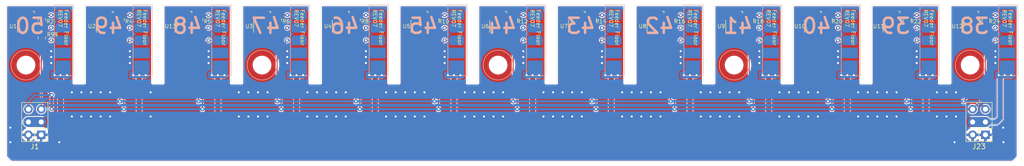
<source format=kicad_pcb>
(kicad_pcb (version 20221018) (generator pcbnew)
  (layers (0 "F.Cu" signal) (31 "B.Cu" signal) (34 "B.Paste" user) (35 "F.Paste" user) (36 "B.SilkS" user "B.Silkscreen") (37 "F.SilkS" user "F.Silkscreen") (38 "B.Mask" user) (39 "F.Mask" user) (44 "Edge.Cuts" user))
  (net 0 "")
  (net 1 "GND")
  (net 2 "1WIRE")
  (net 3 "VIN")
  (net 4 "RS-485+")
  (net 5 "RS-485-")
  (footprint "Connector_PinHeader_2.54mm:PinHeader_2x03_P2.54mm_Vertical" (layer "F.Cu") (at 28.225 50.825 180)
    (fp_text reference "J1")
    (fp_text value "IDC")
  )
  (footprint "MountingHole:MountingHole_3.2mm_M3" (layer "F.Cu") (at 25.2 37)
    (fp_text reference "H1" hide)
    (fp_text value "MountingHole")
  )
  (footprint "feeder:DS28E07_MULTI" (layer "F.Cu") (at 71.95 29.3 -90)
    (fp_text reference "U3")
    (fp_text value "DS28E07")
  )
  (footprint "Resistor_SMD:R_0805_2012Metric" (layer "F.Cu") (at 90.75 28 -90)
    (fp_text reference "R8")
    (fp_text value "1M")
  )
  (footprint "Resistor_SMD:R_0805_2012Metric" (layer "F.Cu") (at 199.95 28 -90)
    (fp_text reference "R22")
    (fp_text value "1M")
  )
  (footprint "MountingHole:MountingHole_3.2mm_M3" (layer "F.Cu") (at 165.6 37)
    (fp_text reference "H9" hide)
    (fp_text value "MountingHole")
  )
  (footprint "Resistor_SMD:R_0805_2012Metric" (layer "F.Cu") (at 106.35 28 -90)
    (fp_text reference "R10")
    (fp_text value "1M")
  )
  (footprint "MountingHole:MountingHole_3.2mm_M3" (layer "F.Cu") (at 118.8 37)
    (fp_text reference "H6" hide)
    (fp_text value "MountingHole")
  )
  (footprint "feeder:DS28E07_MULTI" (layer "F.Cu") (at 103.15 29.3 -90)
    (fp_text reference "U5")
    (fp_text value "DS28E07")
  )
  (footprint "feeder:DS28E07_MULTI" (layer "F.Cu") (at 134.35 29.3 -90)
    (fp_text reference "U7")
    (fp_text value "DS28E07")
  )
  (footprint "MountingHole:MountingHole_3.2mm_M3" (layer "F.Cu") (at 72 37)
    (fp_text reference "H3" hide)
    (fp_text value "MountingHole")
  )
  (footprint "feeder:DS28E07_MULTI" (layer "F.Cu") (at 181.15 29.3 -90)
    (fp_text reference "U10")
    (fp_text value "DS28E07")
  )
  (footprint "feeder:DS28E07_MULTI" (layer "F.Cu") (at 149.95 29.3 -90)
    (fp_text reference "U8")
    (fp_text value "DS28E07")
  )
  (footprint "feeder:DS28E07_MULTI" (layer "F.Cu") (at 87.55 29.3 -90)
    (fp_text reference "U4")
    (fp_text value "DS28E07")
  )
  (footprint "Resistor_SMD:R_0805_2012Metric" (layer "F.Cu") (at 121.95 28 -90)
    (fp_text reference "R12")
    (fp_text value "1M")
  )
  (footprint "Connector_PinHeader_2.54mm:PinHeader_2x03_P2.54mm_Vertical" (layer "F.Cu") (at 215.425 50.825 180)
    (fp_text reference "J23")
    (fp_text value "IDC")
  )
  (footprint "feeder:DS28E07_MULTI" (layer "F.Cu") (at 212.35 29.3 -90)
    (fp_text reference "U12")
    (fp_text value "DS28E07")
  )
  (footprint "feeder:DS28E07_MULTI" (layer "F.Cu") (at 165.55 29.3 -90)
    (fp_text reference "U9")
    (fp_text value "DS28E07")
  )
  (footprint "feeder:DS28E07_MULTI" (layer "F.Cu") (at 196.75 29.3 -90)
    (fp_text reference "U11")
    (fp_text value "DS28E07")
  )
  (footprint "Resistor_SMD:R_0805_2012Metric" (layer "F.Cu") (at 168.75 28 -90)
    (fp_text reference "R18")
    (fp_text value "1M")
  )
  (footprint "Resistor_SMD:R_0805_2012Metric" (layer "F.Cu") (at 43.95 28 -90)
    (fp_text reference "R4")
    (fp_text value "1M")
  )
  (footprint "MountingHole:MountingHole_3.2mm_M3" (layer "F.Cu") (at 212.4 37)
    (fp_text reference "H12" hide)
    (fp_text value "MountingHole")
  )
  (footprint "feeder:DS28E07_MULTI" (layer "F.Cu") (at 25.15 29.3 -90)
    (fp_text reference "U1")
    (fp_text value "DS28E07")
  )
  (footprint "feeder:DS28E07_MULTI" (layer "F.Cu") (at 118.75 29.3 -90)
    (fp_text reference "U6")
    (fp_text value "DS28E07")
  )
  (footprint "feeder:DS28E07_MULTI" (layer "F.Cu") (at 56.35 29.3 -90)
    (fp_text reference "U13")
    (fp_text value "DS28E07")
  )
  (footprint "Resistor_SMD:R_0805_2012Metric" (layer "F.Cu") (at 137.55 28 -90)
    (fp_text reference "R14")
    (fp_text value "1M")
  )
  (footprint "Resistor_SMD:R_0805_2012Metric" (layer "F.Cu") (at 153.15 28 -90)
    (fp_text reference "R16")
    (fp_text value "1M")
  )
  (footprint "Resistor_SMD:R_0805_2012Metric" (layer "F.Cu") (at 75.15 28 -90)
    (fp_text reference "R6")
    (fp_text value "1M")
  )
  (footprint "Resistor_SMD:R_0805_2012Metric" (layer "F.Cu") (at 184.35 28 -90)
    (fp_text reference "R20")
    (fp_text value "1M")
  )
  (footprint "Resistor_SMD:R_0805_2012Metric" (layer "F.Cu") (at 59.55 28 -90)
    (fp_text reference "R5")
    (fp_text value "1M")
  )
  (footprint "Resistor_SMD:R_0805_2012Metric" (layer "F.Cu") (at 28.35 31.6125 -90)
    (fp_text reference "R99")
    (fp_text value "120R")
  )
  (footprint "feeder:DS28E07_MULTI" (layer "F.Cu") (at 40.75 29.3 -90)
    (fp_text reference "U2")
    (fp_text value "DS28E07")
  )
  (footprint "Resistor_SMD:R_0805_2012Metric" (layer "F.Cu") (at 215.55 28 -90)
    (fp_text reference "R24")
    (fp_text value "1M")
  )
  (footprint "Resistor_SMD:R_0805_2012Metric" (layer "F.Cu") (at 28.35 28 -90)
    (fp_text reference "R2")
    (fp_text value "1M")
  )
  (footprint "feeder:AVX-915-005-541-Contact-Surface" (layer "B.Cu") (at 63.750114 27.113687 -90)
    (fp_text reference "J5" hide)
    (fp_text value "Conn_01x05_Female")
  )
  (footprint "feeder:AVX-915-005-541-Contact-Surface" (layer "B.Cu") (at 157.350114 27.113687 -90)
    (fp_text reference "J16" hide)
    (fp_text value "Conn_01x05_Female")
  )
  (footprint "feeder:AVX-915-005-541-Contact-Surface" (layer "B.Cu") (at 94.950114 27.113687 -90)
    (fp_text reference "J8" hide)
    (fp_text value "Conn_01x05_Female")
  )
  (footprint "feeder:AVX-915-005-541-Contact-Surface" (layer "B.Cu") (at 204.150114 27.113687 -90)
    (fp_text reference "J22" hide)
    (fp_text value "Conn_01x05_Female")
  )
  (footprint "feeder:AVX-915-005-541-Contact-Surface" (layer "B.Cu") (at 172.950114 27.113687 -90)
    (fp_text reference "J18" hide)
    (fp_text value "Conn_01x05_Female")
  )
  (footprint "feeder:AVX-915-005-541-Contact-Surface" (layer "B.Cu") (at 141.750114 27.113687 -90)
    (fp_text reference "J14" hide)
    (fp_text value "Conn_01x05_Female")
  )
  (footprint "feeder:AVX-915-005-541-Contact-Surface" (layer "B.Cu") (at 32.550114 27.113687 -90)
    (fp_text reference "J2" hide)
    (fp_text value "Conn_01x05_Female")
  )
  (footprint "feeder:AVX-915-005-541-Contact-Surface" (layer "B.Cu") (at 48.150114 27.113687 -90)
    (fp_text reference "J4" hide)
    (fp_text value "Conn_01x05_Female")
  )
  (footprint "feeder:AVX-915-005-541-Contact-Surface" (layer "B.Cu") (at 126.150114 27.113687 -90)
    (fp_text reference "J12" hide)
    (fp_text value "Conn_01x05_Female")
  )
  (footprint "feeder:AVX-915-005-541-Contact-Surface" (layer "B.Cu") (at 188.550114 27.113687 -90)
    (fp_text reference "J20" hide)
    (fp_text value "Conn_01x05_Female")
  )
  (footprint "feeder:AVX-915-005-541-Contact-Surface" (layer "B.Cu") (at 79.350114 27.113687 -90)
    (fp_text reference "J6" hide)
    (fp_text value "Conn_01x05_Female")
  )
  (footprint "feeder:AVX-915-005-541-Contact-Surface" (layer "B.Cu") (at 219.750114 27.113687 -90)
    (fp_text reference "J24" hide)
    (fp_text value "Conn_01x05_Female")
  )
  (footprint "feeder:AVX-915-005-541-Contact-Surface" (layer "B.Cu") (at 110.550114 27.113687 -90)
    (fp_text reference "J10" hide)
    (fp_text value "Conn_01x05_Female")
  )
  (gr_circle (center 118.8 37) (end 115.85 37) (stroke (width 0.12)) (fill none) (layer "B.SilkS"))
  (gr_circle (center 212.4 37) (end 209.45 37) (stroke (width 0.12)) (fill none) (layer "B.SilkS"))
  (gr_circle (center 72 37) (end 69.05 37) (stroke (width 0.12)) (fill none) (layer "B.SilkS"))
  (gr_circle (center 25.2 37) (end 22.25 37) (stroke (width 0.12)) (fill none) (layer "B.SilkS"))
  (gr_circle (center 165.6 37) (end 162.65 37) (stroke (width 0.12)) (fill none) (layer "B.SilkS"))
  (gr_line (start 220.85 56.2) (end 22.25 56.2) (stroke (width 0.05)) (layer "Edge.Cuts"))
  (gr_line (start 123.250114 25.113687) (end 128.250114 25.113687) (stroke (width 0.05)) (layer "Edge.Cuts"))
  (gr_line (start 206.250114 25.113687) (end 206.250114 40.6) (stroke (width 0.05)) (layer "Edge.Cuts"))
  (gr_line (start 52.45 40.6) (end 50.250114 40.6) (stroke (width 0.05)) (layer "Edge.Cuts"))
  (gr_line (start 60.850114 25.113687) (end 65.850114 25.113687) (stroke (width 0.05)) (layer "Edge.Cuts"))
  (gr_line (start 114.85 40.6) (end 114.850114 25.113687) (stroke (width 0.05)) (layer "Edge.Cuts"))
  (gr_line (start 216.850114 25.113687) (end 221.850114 25.113687) (stroke (width 0.05)) (layer "Edge.Cuts"))
  (gr_line (start 130.45 40.6) (end 128.250114 40.6) (stroke (width 0.05)) (layer "Edge.Cuts"))
  (gr_line (start 161.65 40.6) (end 159.450114 40.6) (stroke (width 0.05)) (layer "Edge.Cuts"))
  (gr_line (start 177.25 40.6) (end 177.250114 25.113687) (stroke (width 0.05)) (layer "Edge.Cuts"))
  (gr_line (start 34.650114 25.113687) (end 34.650114 40.6) (stroke (width 0.05)) (layer "Edge.Cuts"))
  (gr_line (start 112.650114 25.113687) (end 112.650114 40.6) (stroke (width 0.05)) (layer "Edge.Cuts"))
  (gr_line (start 45.250114 25.113687) (end 36.850114 25.113687) (stroke (width 0.05)) (layer "Edge.Cuts"))
  (gr_line (start 154.450114 25.113687) (end 146.050114 25.113687) (stroke (width 0.05)) (layer "Edge.Cuts"))
  (gr_line (start 52.45 40.6) (end 52.450114 25.113687) (stroke (width 0.05)) (layer "Edge.Cuts"))
  (gr_line (start 192.85 40.6) (end 192.850114 25.113687) (stroke (width 0.05)) (layer "Edge.Cuts"))
  (gr_line (start 83.65 40.6) (end 81.450114 40.6) (stroke (width 0.05)) (layer "Edge.Cuts"))
  (gr_line (start 65.850114 25.113687) (end 65.850114 40.6) (stroke (width 0.05)) (layer "Edge.Cuts"))
  (gr_line (start 208.45 40.6) (end 206.250114 40.6) (stroke (width 0.05)) (layer "Edge.Cuts"))
  (gr_line (start 208.45 40.6) (end 208.450114 25.113687) (stroke (width 0.05)) (layer "Edge.Cuts"))
  (gr_line (start 97.050114 25.113687) (end 97.050114 40.6) (stroke (width 0.05)) (layer "Edge.Cuts"))
  (gr_line (start 114.85 40.6) (end 112.650114 40.6) (stroke (width 0.05)) (layer "Edge.Cuts"))
  (gr_line (start 92.050114 25.113687) (end 97.050114 25.113687) (stroke (width 0.05)) (layer "Edge.Cuts"))
  (gr_line (start 185.650114 25.113687) (end 177.250114 25.113687) (stroke (width 0.05)) (layer "Edge.Cuts"))
  (gr_line (start 138.850114 25.113687) (end 143.850114 25.113687) (stroke (width 0.05)) (layer "Edge.Cuts"))
  (gr_line (start 170.050114 25.113687) (end 161.650114 25.113687) (stroke (width 0.05)) (layer "Edge.Cuts"))
  (gr_line (start 60.850114 25.113687) (end 52.450114 25.113687) (stroke (width 0.05)) (layer "Edge.Cuts"))
  (gr_line (start 201.250114 25.113687) (end 206.250114 25.113687) (stroke (width 0.05)) (layer "Edge.Cuts"))
  (gr_line (start 76.450114 25.113687) (end 68.050114 25.113687) (stroke (width 0.05)) (layer "Edge.Cuts"))
  (gr_line (start 107.650114 25.113687) (end 99.250114 25.113687) (stroke (width 0.05)) (layer "Edge.Cuts"))
  (gr_line (start 50.250114 25.113687) (end 50.250114 40.6) (stroke (width 0.05)) (layer "Edge.Cuts"))
  (gr_line (start 146.05 40.6) (end 143.850114 40.6) (stroke (width 0.05)) (layer "Edge.Cuts"))
  (gr_line (start 221.850114 25.113687) (end 221.85 55.2) (stroke (width 0.05)) (layer "Edge.Cuts"))
  (gr_line (start 76.450114 25.113687) (end 81.450114 25.113687) (stroke (width 0.05)) (layer "Edge.Cuts"))
  (gr_line (start 177.25 40.6) (end 175.050114 40.6) (stroke (width 0.05)) (layer "Edge.Cuts"))
  (gr_line (start 45.250114 25.113687) (end 50.250114 25.113687) (stroke (width 0.05)) (layer "Edge.Cuts"))
  (gr_line (start 123.250114 25.113687) (end 114.850114 25.113687) (stroke (width 0.05)) (layer "Edge.Cuts"))
  (gr_line (start 130.45 40.6) (end 130.450114 25.113687) (stroke (width 0.05)) (layer "Edge.Cuts"))
  (gr_line (start 154.450114 25.113687) (end 159.450114 25.113687) (stroke (width 0.05)) (layer "Edge.Cuts"))
  (gr_line (start 138.850114 25.113687) (end 130.450114 25.113687) (stroke (width 0.05)) (layer "Edge.Cuts"))
  (gr_line (start 190.650114 25.113687) (end 190.650114 40.6) (stroke (width 0.05)) (layer "Edge.Cuts"))
  (gr_line (start 81.450114 25.113687) (end 81.450114 40.6) (stroke (width 0.05)) (layer "Edge.Cuts"))
  (gr_line (start 36.85 40.6) (end 36.850114 25.113687) (stroke (width 0.05)) (layer "Edge.Cuts"))
  (gr_line (start 143.850114 25.113687) (end 143.850114 40.6) (stroke (width 0.05)) (layer "Edge.Cuts"))
  (gr_line (start 220.85 56.2) (end 221.85 55.2) (stroke (width 0.05)) (layer "Edge.Cuts"))
  (gr_line (start 29.650114 25.113687) (end 21.250114 25.113687) (stroke (width 0.05)) (layer "Edge.Cuts"))
  (gr_line (start 92.050114 25.113687) (end 83.650114 25.113687) (stroke (width 0.05)) (layer "Edge.Cuts"))
  (gr_line (start 175.050114 25.113687) (end 175.050114 40.6) (stroke (width 0.05)) (layer "Edge.Cuts"))
  (gr_line (start 146.05 40.6) (end 146.050114 25.113687) (stroke (width 0.05)) (layer "Edge.Cuts"))
  (gr_line (start 192.85 40.6) (end 190.650114 40.6) (stroke (width 0.05)) (layer "Edge.Cuts"))
  (gr_line (start 216.850114 25.113687) (end 208.450114 25.113687) (stroke (width 0.05)) (layer "Edge.Cuts"))
  (gr_line (start 36.85 40.6) (end 34.650114 40.6) (stroke (width 0.05)) (layer "Edge.Cuts"))
  (gr_line (start 29.650114 25.113687) (end 34.650114 25.113687) (stroke (width 0.05)) (layer "Edge.Cuts"))
  (gr_line (start 99.25 40.6) (end 97.050114 40.6) (stroke (width 0.05)) (layer "Edge.Cuts"))
  (gr_line (start 161.65 40.6) (end 161.650114 25.113687) (stroke (width 0.05)) (layer "Edge.Cuts"))
  (gr_line (start 21.25 55.2) (end 21.250114 25.113687) (stroke (width 0.05)) (layer "Edge.Cuts"))
  (gr_line (start 21.25 55.2) (end 22.25 56.2) (stroke (width 0.05)) (layer "Edge.Cuts"))
  (gr_line (start 107.650114 25.113687) (end 112.650114 25.113687) (stroke (width 0.05)) (layer "Edge.Cuts"))
  (gr_line (start 68.05 40.6) (end 65.850114 40.6) (stroke (width 0.05)) (layer "Edge.Cuts"))
  (gr_line (start 159.450114 25.113687) (end 159.450114 40.6) (stroke (width 0.05)) (layer "Edge.Cuts"))
  (gr_line (start 185.650114 25.113687) (end 190.650114 25.113687) (stroke (width 0.05)) (layer "Edge.Cuts"))
  (gr_line (start 68.05 40.6) (end 68.050114 25.113687) (stroke (width 0.05)) (layer "Edge.Cuts"))
  (gr_line (start 201.250114 25.113687) (end 192.850114 25.113687) (stroke (width 0.05)) (layer "Edge.Cuts"))
  (gr_line (start 128.250114 25.113687) (end 128.250114 40.6) (stroke (width 0.05)) (layer "Edge.Cuts"))
  (gr_line (start 170.050114 25.113687) (end 175.050114 25.113687) (stroke (width 0.05)) (layer "Edge.Cuts"))
  (gr_line (start 99.25 40.6) (end 99.250114 25.113687) (stroke (width 0.05)) (layer "Edge.Cuts"))
  (gr_line (start 83.65 40.6) (end 83.650114 25.113687) (stroke (width 0.05)) (layer "Edge.Cuts"))
  (gr_text "38" (at 213.2 29.25) (layer "B.SilkS") (effects (font (size 3 3) (thickness 0.5)) (justify mirror)))
  (gr_text "45" (at 104 29.25) (layer "B.SilkS") (effects (font (size 3 3) (thickness 0.5)) (justify mirror)))
  (gr_text "42" (at 150.8 29.25) (layer "B.SilkS") (effects (font (size 3 3) (thickness 0.5)) (justify mirror)))
  (gr_text "47" (at 72.8 29.25) (layer "B.SilkS") (effects (font (size 3 3) (thickness 0.5)) (justify mirror)))
  (gr_text "49" (at 41.6 29.25) (layer "B.SilkS") (effects (font (size 3 3) (thickness 0.5)) (justify mirror)))
  (gr_text "46" (at 88.4 29.25) (layer "B.SilkS") (effects (font (size 3 3) (thickness 0.5)) (justify mirror)))
  (gr_text "40" (at 182 29.25) (layer "B.SilkS") (effects (font (size 3 3) (thickness 0.5)) (justify mirror)))
  (gr_text "43" (at 135.2 29.25) (layer "B.SilkS") (effects (font (size 3 3) (thickness 0.5)) (justify mirror)))
  (gr_text "44" (at 119.6 29.25) (layer "B.SilkS") (effects (font (size 3 3) (thickness 0.5)) (justify mirror)))
  (gr_text "41" (at 166.4 29.25) (layer "B.SilkS") (effects (font (size 3 3) (thickness 0.5)) (justify mirror)))
  (gr_text "39" (at 197.6 29.25) (layer "B.SilkS") (effects (font (size 3 3) (thickness 0.5)) (justify mirror)))
  (gr_text "50" (at 26 29.25) (layer "B.SilkS") (effects (font (size 3 3) (thickness 0.5)) (justify mirror)))
  (gr_text "48" (at 57.2 29.25) (layer "B.SilkS") (effects (font (size 3 3) (thickness 0.5)) (justify mirror)))
  (gr_text "Feeder Floor\nREV07" (at 219.8 25.9 -90) (layer "F.SilkS") (effects (font (size 0.75 0.75) (thickness 0.1)) (justify left)))
  (gr_text "Feeder Floor\nREV07" (at 204.2 25.9 -90) (layer "F.SilkS") (effects (font (size 0.75 0.75) (thickness 0.1)) (justify left)))
  (gr_text "Feeder Floor\nREV07" (at 79.4 25.9 -90) (layer "F.SilkS") (effects (font (size 0.75 0.75) (thickness 0.1)) (justify left)))
  (gr_text "Feeder Floor\nREV07" (at 95 25.9 -90) (layer "F.SilkS") (effects (font (size 0.75 0.75) (thickness 0.1)) (justify left)))
  (gr_text "Feeder Floor\nREV07" (at 110.6 25.9 -90) (layer "F.SilkS") (effects (font (size 0.75 0.75) (thickness 0.1)) (justify left)))
  (gr_text "Feeder Floor\nREV07" (at 32.6 25.9 -90) (layer "F.SilkS") (effects (font (size 0.75 0.75) (thickness 0.1)) (justify left)))
  (gr_text "Feeder Floor\nREV07" (at 126.2 25.9 -90) (layer "F.SilkS") (effects (font (size 0.75 0.75) (thickness 0.1)) (justify left)))
  (gr_text "Feeder Floor\nREV07" (at 188.6 25.9 -90) (layer "F.SilkS") (effects (font (size 0.75 0.75) (thickness 0.1)) (justify left)))
  (gr_text "Feeder Floor\nREV07" (at 63.8 25.9 -90) (layer "F.SilkS") (effects (font (size 0.75 0.75) (thickness 0.1)) (justify left)))
  (gr_text "Feeder Floor\nREV07" (at 157.4 25.9 -90) (layer "F.SilkS") (effects (font (size 0.75 0.75) (thickness 0.1)) (justify left)))
  (gr_text "Feeder Floor\nREV07" (at 141.8 25.9 -90) (layer "F.SilkS") (effects (font (size 0.75 0.75) (thickness 0.1)) (justify left)))
  (gr_text "Feeder Floor\nREV07" (at 48.2 25.9 -90) (layer "F.SilkS") (effects (font (size 0.75 0.75) (thickness 0.1)) (justify left)))
  (gr_text "Feeder Floor\nREV07" (at 173 25.9 -90) (layer "F.SilkS") (effects (font (size 0.75 0.75) (thickness 0.1)) (justify left)))
  (segment (start 184.35 28.9125) (end 184.1625 28.9125) (width 0.5) (layer "F.Cu") (net 1))
  (segment (start 106.1625 28.9125) (end 104.975481 27.725481) (width 0.5) (layer "F.Cu") (net 1))
  (segment (start 42.575481 27.725481) (end 41.75 27.725481) (width 0.5) (layer "F.Cu") (net 1))
  (segment (start 214.175481 27.725481) (end 213.35 27.725481) (width 0.5) (layer "F.Cu") (net 1))
  (segment (start 215.55 28.9125) (end 215.3625 28.9125) (width 0.5) (layer "F.Cu") (net 1))
  (segment (start 153.15 28.9125) (end 152.9625 28.9125) (width 0.5) (layer "F.Cu") (net 1))
  (segment (start 26.975481 27.725481) (end 26.15 27.725481) (width 0.5) (layer "F.Cu") (net 1))
  (segment (start 137.3625 28.9125) (end 136.175481 27.725481) (width 0.5) (layer "F.Cu") (net 1))
  (segment (start 199.7625 28.9125) (end 198.575481 27.725481) (width 0.5) (layer "F.Cu") (net 1))
  (segment (start 151.775481 27.725481) (end 150.95 27.725481) (width 0.5) (layer "F.Cu") (net 1))
  (segment (start 121.95 28.9125) (end 121.7625 28.9125) (width 0.5) (layer "F.Cu") (net 1))
  (segment (start 199.95 28.9125) (end 199.7625 28.9125) (width 0.5) (layer "F.Cu") (net 1))
  (segment (start 168.75 28.9125) (end 168.5625 28.9125) (width 0.5) (layer "F.Cu") (net 1))
  (segment (start 59.3625 28.9125) (end 58.175481 27.725481) (width 0.5) (layer "F.Cu") (net 1))
  (segment (start 90.5625 28.9125) (end 89.375481 27.725481) (width 0.5) (layer "F.Cu") (net 1))
  (segment (start 137.55 28.9125) (end 137.3625 28.9125) (width 0.5) (layer "F.Cu") (net 1))
  (segment (start 167.375481 27.725481) (end 166.55 27.725481) (width 0.5) (layer "F.Cu") (net 1))
  (segment (start 184.1625 28.9125) (end 182.975481 27.725481) (width 0.5) (layer "F.Cu") (net 1))
  (segment (start 215.3625 28.9125) (end 214.175481 27.725481) (width 0.5) (layer "F.Cu") (net 1))
  (segment (start 121.7625 28.9125) (end 120.575481 27.725481) (width 0.5) (layer "F.Cu") (net 1))
  (segment (start 58.175481 27.725481) (end 57.35 27.725481) (width 0.5) (layer "F.Cu") (net 1))
  (segment (start 198.575481 27.725481) (end 197.75 27.725481) (width 0.5) (layer "F.Cu") (net 1))
  (segment (start 104.975481 27.725481) (end 104.15 27.725481) (width 0.5) (layer "F.Cu") (net 1))
  (segment (start 168.5625 28.9125) (end 167.375481 27.725481) (width 0.5) (layer "F.Cu") (net 1))
  (segment (start 28.35 28.9125) (end 28.1625 28.9125) (width 0.5) (layer "F.Cu") (net 1))
  (segment (start 59.55 28.9125) (end 59.3625 28.9125) (width 0.5) (layer "F.Cu") (net 1))
  (segment (start 106.35 28.9125) (end 106.1625 28.9125) (width 0.5) (layer "F.Cu") (net 1))
  (segment (start 152.9625 28.9125) (end 151.775481 27.725481) (width 0.5) (layer "F.Cu") (net 1))
  (segment (start 43.7625 28.9125) (end 42.575481 27.725481) (width 0.5) (layer "F.Cu") (net 1))
  (segment (start 182.975481 27.725481) (end 182.15 27.725481) (width 0.5) (layer "F.Cu") (net 1))
  (segment (start 120.575481 27.725481) (end 119.75 27.725481) (width 0.5) (layer "F.Cu") (net 1))
  (segment (start 89.375481 27.725481) (end 88.55 27.725481) (width 0.5) (layer "F.Cu") (net 1))
  (segment (start 28.1625 28.9125) (end 26.975481 27.725481) (width 0.5) (layer "F.Cu") (net 1))
  (segment (start 73.775481 27.725481) (end 72.95 27.725481) (width 0.5) (layer "F.Cu") (net 1))
  (segment (start 75.15 28.9125) (end 74.9625 28.9125) (width 0.5) (layer "F.Cu") (net 1))
  (segment (start 90.75 28.9125) (end 90.5625 28.9125) (width 0.5) (layer "F.Cu") (net 1))
  (segment (start 136.175481 27.725481) (end 135.35 27.725481) (width 0.5) (layer "F.Cu") (net 1))
  (segment (start 43.95 28.9125) (end 43.7625 28.9125) (width 0.5) (layer "F.Cu") (net 1))
  (segment (start 74.9625 28.9125) (end 73.775481 27.725481) (width 0.5) (layer "F.Cu") (net 1))
  (via (at 112.2 47.2) (size 0.8) (drill 0.4) (layers "F.Cu" "B.Cu") (net 1))
  (via (at 192.1 47.2) (size 0.8) (drill 0.4) (layers "F.Cu" "B.Cu") (net 1))
  (via (at 40 47.2) (size 0.8) (drill 0.4) (layers "F.Cu" "B.Cu") (net 1))
  (via (at 194 47.2) (size 0.8) (drill 0.4) (layers "F.Cu" "B.Cu") (net 1))
  (via (at 195.9 47.2) (size 0.8) (drill 0.4) (layers "F.Cu" "B.Cu") (net 1))
  (via (at 92.6 34.25) (size 0.8) (drill 0.4) (layers "F.Cu" "B.Cu") (net 1))
  (via (at 123.8 34.25) (size 0.8) (drill 0.4) (layers "F.Cu" "B.Cu") (net 1))
  (via (at 98.5 47.2) (size 0.8) (drill 0.4) (layers "F.Cu" "B.Cu") (net 1))
  (via (at 186.2 35.4) (size 0.8) (drill 0.4) (layers "F.Cu" "B.Cu") (net 1))
  (via (at 34.3 42.4) (size 0.8) (drill 0.4) (layers "F.Cu" "B.Cu") (net 1))
  (via (at 112.2 42.4) (size 0.8) (drill 0.4) (layers "F.Cu" "B.Cu") (net 1))
  (via (at 36.2 42.4) (size 0.8) (drill 0.4) (layers "F.Cu" "B.Cu") (net 1))
  (via (at 182.2 42.4) (size 0.8) (drill 0.4) (layers "F.Cu" "B.Cu") (net 1))
  (via (at 40 42.4) (size 0.8) (drill 0.4) (layers "F.Cu" "B.Cu") (net 1))
  (via (at 149.1 47.2) (size 0.8) (drill 0.4) (layers "F.Cu" "B.Cu") (net 1))
  (via (at 71.2 42.4) (size 0.8) (drill 0.4) (layers "F.Cu" "B.Cu") (net 1))
  (via (at 201.8 34.25) (size 0.8) (drill 0.4) (layers "F.Cu" "B.Cu") (net 1))
  (via (at 166.6 42.4) (size 0.8) (drill 0.4) (layers "F.Cu" "B.Cu") (net 1))
  (via (at 119.8 47.2) (size 0.8) (drill 0.4) (layers "F.Cu" "B.Cu") (net 1))
  (via (at 61.4 35.4) (size 0.8) (drill 0.4) (layers "F.Cu" "B.Cu") (net 1))
  (via (at 207.7 42.4) (size 0.8) (drill 0.4) (layers "F.Cu" "B.Cu") (net 1))
  (via (at 139.4 35.4) (size 0.8) (drill 0.4) (layers "F.Cu" "B.Cu") (net 1))
  (via (at 114.1 47.2) (size 0.8) (drill 0.4) (layers "F.Cu" "B.Cu") (net 1))
  (via (at 108.2 34.25) (size 0.8) (drill 0.4) (layers "F.Cu" "B.Cu") (net 1))
  (via (at 178.4 42.4) (size 0.8) (drill 0.4) (layers "F.Cu" "B.Cu") (net 1))
  (via (at 201.8 35.4) (size 0.8) (drill 0.4) (layers "F.Cu" "B.Cu") (net 1))
  (via (at 155 34.25) (size 0.8) (drill 0.4) (layers "F.Cu" "B.Cu") (net 1))
  (via (at 190.2 47.2) (size 0.8) (drill 0.4) (layers "F.Cu" "B.Cu") (net 1))
  (via (at 197.8 42.4) (size 0.8) (drill 0.4) (layers "F.Cu" "B.Cu") (net 1))
  (via (at 41.9 42.4) (size 0.8) (drill 0.4) (layers "F.Cu" "B.Cu") (net 1))
  (via (at 41.9 47.2) (size 0.8) (drill 0.4) (layers "F.Cu" "B.Cu") (net 1))
  (via (at 86.7 42.4) (size 0.8) (drill 0.4) (layers "F.Cu" "B.Cu") (net 1))
  (via (at 182.2 47.2) (size 0.8) (drill 0.4) (layers "F.Cu" "B.Cu") (net 1))
  (via (at 49.9 42.4) (size 0.8) (drill 0.4) (layers "F.Cu" "B.Cu") (net 1))
  (via (at 49.9 47.2) (size 0.8) (drill 0.4) (layers "F.Cu" "B.Cu") (net 1))
  (via (at 160.9 47.2) (size 0.8) (drill 0.4) (layers "F.Cu" "B.Cu") (net 1))
  (via (at 38.1 47.2) (size 0.8) (drill 0.4) (layers "F.Cu" "B.Cu") (net 1))
  (via (at 151 42.4) (size 0.8) (drill 0.4) (layers "F.Cu" "B.Cu") (net 1))
  (via (at 30.2 36.6) (size 0.8) (drill 0.4) (layers "F.Cu" "B.Cu") (net 1))
  (via (at 160.9 42.4) (size 0.8) (drill 0.4) (layers "F.Cu" "B.Cu") (net 1))
  (via (at 174.6 47.2) (size 0.8) (drill 0.4) (layers "F.Cu" "B.Cu") (net 1))
  (via (at 96.6 47.2) (size 0.8) (drill 0.4) (layers "F.Cu" "B.Cu") (net 1))
  (via (at 131.6 42.4) (size 0.8) (drill 0.4) (layers "F.Cu" "B.Cu") (net 1))
  (via (at 170.6 36.6) (size 0.8) (drill 0.4) (layers "F.Cu" "B.Cu") (net 1))
  (via (at 155 35.4) (size 0.8) (drill 0.4) (layers "F.Cu" "B.Cu") (net 1))
  (via (at 61.4 36.6) (size 0.8) (drill 0.4) (layers "F.Cu" "B.Cu") (net 1))
  (via (at 166.6 47.2) (size 0.8) (drill 0.4) (layers "F.Cu" "B.Cu") (net 1))
  (via (at 30.2 34.25) (size 0.8) (drill 0.4) (layers "F.Cu" "B.Cu") (net 1))
  (via (at 34.3 47.2) (size 0.8) (drill 0.4) (layers "F.Cu" "B.Cu") (net 1))
  (via (at 219 52.3) (size 0.8) (drill 0.4) (layers "F.Cu" "B.Cu") (net 1))
  (via (at 104.2 42.4) (size 0.8) (drill 0.4) (layers "F.Cu" "B.Cu") (net 1))
  (via (at 207.7 47.2) (size 0.8) (drill 0.4) (layers "F.Cu" "B.Cu") (net 1))
  (via (at 176.5 42.4) (size 0.8) (drill 0.4) (layers "F.Cu" "B.Cu") (net 1))
  (via (at 209.6 47.2) (size 0.8) (drill 0.4) (layers "F.Cu" "B.Cu") (net 1))
  (via (at 30.2 35.4) (size 0.8) (drill 0.4) (layers "F.Cu" "B.Cu") (net 1))
  (via (at 218.95 49.4) (size 0.8) (drill 0.4) (layers "F.Cu" "B.Cu") (net 1))
  (via (at 192.1 42.4) (size 0.8) (drill 0.4) (layers "F.Cu" "B.Cu") (net 1))
  (via (at 155 36.6) (size 0.8) (drill 0.4) (layers "F.Cu" "B.Cu") (net 1))
  (via (at 143.4 47.2) (size 0.8) (drill 0.4) (layers "F.Cu" "B.Cu") (net 1))
  (via (at 197.8 47.2) (size 0.8) (drill 0.4) (layers "F.Cu" "B.Cu") (net 1))
  (via (at 71.2 47.2) (size 0.8) (drill 0.4) (layers "F.Cu" "B.Cu") (net 1))
  (via (at 119.8 42.4) (size 0.8) (drill 0.4) (layers "F.Cu" "B.Cu") (net 1))
  (via (at 73.1 42.4) (size 0.8) (drill 0.4) (layers "F.Cu" "B.Cu") (net 1))
  (via (at 145.3 47.2) (size 0.8) (drill 0.4) (layers "F.Cu" "B.Cu") (net 1))
  (via (at 135.4 42.4) (size 0.8) (drill 0.4) (layers "F.Cu" "B.Cu") (net 1))
  (via (at 67.4 47.2) (size 0.8) (drill 0.4) (layers "F.Cu" "B.Cu") (net 1))
  (via (at 77 36.6) (size 0.8) (drill 0.4) (layers "F.Cu" "B.Cu") (net 1))
  (via (at 139.4 36.6) (size 0.8) (drill 0.4) (layers "F.Cu" "B.Cu") (net 1))
  (via (at 38.1 42.4) (size 0.8) (drill 0.4) (layers "F.Cu" "B.Cu") (net 1))
  (via (at 82.9 47.2) (size 0.8) (drill 0.4) (layers "F.Cu" "B.Cu") (net 1))
  (via (at 67.4 42.4) (size 0.8) (drill 0.4) (layers "F.Cu" "B.Cu") (net 1))
  (via (at 123.8 35.4) (size 0.8) (drill 0.4) (layers "F.Cu" "B.Cu") (net 1))
  (via (at 176.5 47.2) (size 0.8) (drill 0.4) (layers "F.Cu" "B.Cu") (net 1))
  (via (at 81 47.2) (size 0.8) (drill 0.4) (layers "F.Cu" "B.Cu") (net 1))
  (via (at 102.3 42.4) (size 0.8) (drill 0.4) (layers "F.Cu" "B.Cu") (net 1))
  (via (at 135.4 47.2) (size 0.8) (drill 0.4) (layers "F.Cu" "B.Cu") (net 1))
  (via (at 170.6 35.4) (size 0.8) (drill 0.4) (layers "F.Cu" "B.Cu") (net 1))
  (via (at 190.2 42.4) (size 0.8) (drill 0.4) (layers "F.Cu" "B.Cu") (net 1))
  (via (at 174.6 42.4) (size 0.8) (drill 0.4) (layers "F.Cu" "B.Cu") (net 1))
  (via (at 116 42.4) (size 0.8) (drill 0.4) (layers "F.Cu" "B.Cu") (net 1))
  (via (at 147.2 47.2) (size 0.8) (drill 0.4) (layers "F.Cu" "B.Cu") (net 1))
  (via (at 217.4 34.25) (size 0.8) (drill 0.4) (layers "F.Cu" "B.Cu") (net 1))
  (via (at 108.2 35.4) (size 0.8) (drill 0.4) (layers "F.Cu" "B.Cu") (net 1))
  (via (at 217.4 35.4) (size 0.8) (drill 0.4) (layers "F.Cu" "B.Cu") (net 1))
  (via (at 86.7 47.2) (size 0.8) (drill 0.4) (layers "F.Cu" "B.Cu") (net 1))
  (via (at 201.8 36.6) (size 0.8) (drill 0.4) (layers "F.Cu" "B.Cu") (net 1))
  (via (at 162.8 42.4) (size 0.8) (drill 0.4) (layers "F.Cu" "B.Cu") (net 1))
  (via (at 123.8 36.6) (size 0.8) (drill 0.4) (layers "F.Cu" "B.Cu") (net 1))
  (via (at 116 47.2) (size 0.8) (drill 0.4) (layers "F.Cu" "B.Cu") (net 1))
  (via (at 164.7 47.2) (size 0.8) (drill 0.4) (layers "F.Cu" "B.Cu") (net 1))
  (via (at 114.1 42.4) (size 0.8) (drill 0.4) (layers "F.Cu" "B.Cu") (net 1))
  (via (at 69.3 47.2) (size 0.8) (drill 0.4) (layers "F.Cu" "B.Cu") (net 1))
  (via (at 147.2 42.4) (size 0.8) (drill 0.4) (layers "F.Cu" "B.Cu") (net 1))
  (via (at 131.6 47.2) (size 0.8) (drill 0.4) (layers "F.Cu" "B.Cu") (net 1))
  (via (at 205.8 42.4) (size 0.8) (drill 0.4) (layers "F.Cu" "B.Cu") (net 1))
  (via (at 149.1 42.4) (size 0.8) (drill 0.4) (layers "F.Cu" "B.Cu") (net 1))
  (via (at 100.4 42.4) (size 0.8) (drill 0.4) (layers "F.Cu" "B.Cu") (net 1))
  (via (at 61.4 34.25) (size 0.8) (drill 0.4) (layers "F.Cu" "B.Cu") (net 1))
  (via (at 108.2 36.6) (size 0.8) (drill 0.4) (layers "F.Cu" "B.Cu") (net 1))
  (via (at 98.5 42.4) (size 0.8) (drill 0.4) (layers "F.Cu" "B.Cu") (net 1))
  (via (at 104.2 47.2) (size 0.8) (drill 0.4) (layers "F.Cu" "B.Cu") (net 1))
  (via (at 84.8 47.2) (size 0.8) (drill 0.4) (layers "F.Cu" "B.Cu") (net 1))
  (via (at 96.6 42.4) (size 0.8) (drill 0.4) (layers "F.Cu" "B.Cu") (net 1))
  (via (at 209.6 42.4) (size 0.8) (drill 0.4) (layers "F.Cu" "B.Cu") (net 1))
  (via (at 127.8 42.4) (size 0.8) (drill 0.4) (layers "F.Cu" "B.Cu") (net 1))
  (via (at 170.6 34.25) (size 0.8) (drill 0.4) (layers "F.Cu" "B.Cu") (net 1))
  (via (at 162.8 47.2) (size 0.8) (drill 0.4) (layers "F.Cu" "B.Cu") (net 1))
  (via (at 159 47.2) (size 0.8) (drill 0.4) (layers "F.Cu" "B.Cu") (net 1))
  (via (at 102.3 47.2) (size 0.8) (drill 0.4) (layers "F.Cu" "B.Cu") (net 1))
  (via (at 205.8 47.2) (size 0.8) (drill 0.4) (layers "F.Cu" "B.Cu") (net 1))
  (via (at 180.3 47.2) (size 0.8) (drill 0.4) (layers "F.Cu" "B.Cu") (net 1))
  (via (at 117.9 42.4) (size 0.8) (drill 0.4) (layers "F.Cu" "B.Cu") (net 1))
  (via (at 186.2 36.6) (size 0.8) (drill 0.4) (layers "F.Cu" "B.Cu") (net 1))
  (via (at 194 42.4) (size 0.8) (drill 0.4) (layers "F.Cu" "B.Cu") (net 1))
  (via (at 73.1 47.2) (size 0.8) (drill 0.4) (layers "F.Cu" "B.Cu") (net 1))
  (via (at 31.8 52.3) (size 0.8) (drill 0.4) (layers "F.Cu" "B.Cu") (net 1))
  (via (at 127.8 47.2) (size 0.8) (drill 0.4) (layers "F.Cu" "B.Cu") (net 1))
  (via (at 92.6 36.6) (size 0.8) (drill 0.4) (layers "F.Cu" "B.Cu") (net 1))
  (via (at 77 35.4) (size 0.8) (drill 0.4) (layers "F.Cu" "B.Cu") (net 1))
  (via (at 143.4 42.4) (size 0.8) (drill 0.4) (layers "F.Cu" "B.Cu") (net 1))
  (via (at 36.2 47.2) (size 0.8) (drill 0.4) (layers "F.Cu" "B.Cu") (net 1))
  (via (at 88.6 42.4) (size 0.8) (drill 0.4) (layers "F.Cu" "B.Cu") (net 1))
  (via (at 22.1 49.4) (size 0.8) (drill 0.4) (layers "F.Cu" "B.Cu") (net 1))
  (via (at 45.8 34.25) (size 0.8) (drill 0.4) (layers "F.Cu" "B.Cu") (net 1))
  (via (at 178.4 47.2) (size 0.8) (drill 0.4) (layers "F.Cu" "B.Cu") (net 1))
  (via (at 69.3 42.4) (size 0.8) (drill 0.4) (layers "F.Cu" "B.Cu") (net 1))
  (via (at 129.7 42.4) (size 0.8) (drill 0.4) (layers "F.Cu" "B.Cu") (net 1))
  (via (at 159 42.4) (size 0.8) (drill 0.4) (layers "F.Cu" "B.Cu") (net 1))
  (via (at 117.9 47.2) (size 0.8) (drill 0.4) (layers "F.Cu" "B.Cu") (net 1))
  (via (at 129.7 47.2) (size 0.8) (drill 0.4) (layers "F.Cu" "B.Cu") (net 1))
  (via (at 100.4 47.2) (size 0.8) (drill 0.4) (layers "F.Cu" "B.Cu") (net 1))
  (via (at 133.5 47.2) (size 0.8) (drill 0.4) (layers "F.Cu" "B.Cu") (net 1))
  (via (at 186.2 34.25) (size 0.8) (drill 0.4) (layers "F.Cu" "B.Cu") (net 1))
  (via (at 45.8 36.6) (size 0.8) (drill 0.4) (layers "F.Cu" "B.Cu") (net 1))
  (via (at 81 42.4) (size 0.8) (drill 0.4) (layers "F.Cu" "B.Cu") (net 1))
  (via (at 180.3 42.4) (size 0.8) (drill 0.4) (layers "F.Cu" "B.Cu") (net 1))
  (via (at 22.1 52.3) (size 0.8) (drill 0.4) (layers "F.Cu" "B.Cu") (net 1))
  (via (at 88.6 47.2) (size 0.8) (drill 0.4) (layers "F.Cu" "B.Cu") (net 1))
  (via (at 209.3 52.3) (size 0.8) (drill 0.4) (layers "F.Cu" "B.Cu") (net 1))
  (via (at 195.9 42.4) (size 0.8) (drill 0.4) (layers "F.Cu" "B.Cu") (net 1))
  (via (at 151 47.2) (size 0.8) (drill 0.4) (layers "F.Cu" "B.Cu") (net 1))
  (via (at 92.6 35.4) (size 0.8) (drill 0.4) (layers "F.Cu" "B.Cu") (net 1))
  (via (at 217.4 36.6) (size 0.8) (drill 0.4) (layers "F.Cu" "B.Cu") (net 1))
  (via (at 164.7 42.4) (size 0.8) (drill 0.4) (layers "F.Cu" "B.Cu") (net 1))
  (via (at 77 34.25) (size 0.8) (drill 0.4) (layers "F.Cu" "B.Cu") (net 1))
  (via (at 82.9 42.4) (size 0.8) (drill 0.4) (layers "F.Cu" "B.Cu") (net 1))
  (via (at 84.8 42.4) (size 0.8) (drill 0.4) (layers "F.Cu" "B.Cu") (net 1))
  (via (at 145.3 42.4) (size 0.8) (drill 0.4) (layers "F.Cu" "B.Cu") (net 1))
  (via (at 45.8 35.4) (size 0.8) (drill 0.4) (layers "F.Cu" "B.Cu") (net 1))
  (via (at 139.4 34.25) (size 0.8) (drill 0.4) (layers "F.Cu" "B.Cu") (net 1))
  (via (at 133.5 42.4) (size 0.8) (drill 0.4) (layers "F.Cu" "B.Cu") (net 1))
  (segment (start 165.55 27.85) (end 165.55 26.85) (width 0.25) (layer "F.Cu") (net 2))
  (segment (start 90.7625 27.1) (end 90.75 27.0875) (width 0.25) (layer "F.Cu") (net 2))
  (segment (start 58.5625 26.1) (end 59.55 27.0875) (width 0.25) (layer "F.Cu") (net 2))
  (segment (start 56.35 27.85) (end 56.35 26.85) (width 0.25) (layer "F.Cu") (net 2))
  (segment (start 137.5625 27.1) (end 137.55 27.0875) (width 0.25) (layer "F.Cu") (net 2))
  (segment (start 136.5625 26.1) (end 137.55 27.0875) (width 0.25) (layer "F.Cu") (net 2))
  (segment (start 165.55 26.85) (end 166.3 26.1) (width 0.25) (layer "F.Cu") (net 2))
  (segment (start 89.7625 26.1) (end 90.75 27.0875) (width 0.25) (layer "F.Cu") (net 2))
  (segment (start 59.5625 27.1) (end 59.55 27.0875) (width 0.25) (layer "F.Cu") (net 2))
  (segment (start 135.1 26.1) (end 136.5625 26.1) (width 0.25) (layer "F.Cu") (net 2))
  (segment (start 40.75 26.85) (end 41.5 26.1) (width 0.25) (layer "F.Cu") (net 2))
  (segment (start 103.9 26.1) (end 105.3625 26.1) (width 0.25) (layer "F.Cu") (net 2))
  (segment (start 170.6 27.1) (end 168.7625 27.1) (width 0.25) (layer "F.Cu") (net 2))
  (segment (start 103.15 26.85) (end 103.9 26.1) (width 0.25) (layer "F.Cu") (net 2))
  (segment (start 186.2 27.1) (end 184.3625 27.1) (width 0.25) (layer "F.Cu") (net 2))
  (segment (start 155 27.1) (end 153.1625 27.1) (width 0.25) (layer "F.Cu") (net 2))
  (segment (start 77 27.1) (end 75.1625 27.1) (width 0.25) (layer "F.Cu") (net 2))
  (segment (start 56.35 26.85) (end 57.1 26.1) (width 0.25) (layer "F.Cu") (net 2))
  (segment (start 106.3625 27.1) (end 106.35 27.0875) (width 0.25) (layer "F.Cu") (net 2))
  (segment (start 149.95 27.85) (end 149.95 26.85) (width 0.25) (layer "F.Cu") (net 2))
  (segment (start 139.4 27.1) (end 137.5625 27.1) (width 0.25) (layer "F.Cu") (net 2))
  (segment (start 74.1625 26.1) (end 75.15 27.0875) (width 0.25) (layer "F.Cu") (net 2))
  (segment (start 71.95 27.85) (end 71.95 26.85) (width 0.25) (layer "F.Cu") (net 2))
  (segment (start 153.1625 27.1) (end 153.15 27.0875) (width 0.25) (layer "F.Cu") (net 2))
  (segment (start 149.95 26.85) (end 150.7 26.1) (width 0.25) (layer "F.Cu") (net 2))
  (segment (start 215.5625 27.1) (end 215.55 27.0875) (width 0.25) (layer "F.Cu") (net 2))
  (segment (start 45.8 27.1) (end 43.9625 27.1) (width 0.25) (layer "F.Cu") (net 2))
  (segment (start 217.4 27.1) (end 215.5625 27.1) (width 0.25) (layer "F.Cu") (net 2))
  (segment (start 41.5 26.1) (end 42.9625 26.1) (width 0.25) (layer "F.Cu") (net 2))
  (segment (start 25.15 27.85) (end 25.15 26.85) (width 0.25) (layer "F.Cu") (net 2))
  (segment (start 196.75 26.85) (end 197.5 26.1) (width 0.25) (layer "F.Cu") (net 2))
  (segment (start 108.2 27.1) (end 106.3625 27.1) (width 0.25) (layer "F.Cu") (net 2))
  (segment (start 61.4 27.1) (end 59.5625 27.1) (width 0.25) (layer "F.Cu") (net 2))
  (segment (start 57.1 26.1) (end 58.5625 26.1) (width 0.25) (layer "F.Cu") (net 2))
  (segment (start 134.35 26.85) (end 135.1 26.1) (width 0.25) (layer "F.Cu") (net 2))
  (segment (start 152.1625 26.1) (end 153.15 27.0875) (width 0.25) (layer "F.Cu") (net 2))
  (segment (start 134.35 27.85) (end 134.35 26.85) (width 0.25) (layer "F.Cu") (net 2))
  (segment (start 118.75 27.85) (end 118.75 26.85) (width 0.25) (layer "F.Cu") (net 2))
  (segment (start 72.7 26.1) (end 74.1625 26.1) (width 0.25) (layer "F.Cu") (net 2))
  (segment (start 40.75 27.85) (end 40.75 26.85) (width 0.25) (layer "F.Cu") (net 2))
  (segment (start 197.5 26.1) (end 198.9625 26.1) (width 0.25) (layer "F.Cu") (net 2))
  (segment (start 30.2 27.1) (end 28.3625 27.1) (width 0.25) (layer "F.Cu") (net 2))
  (segment (start 212.35 27.85) (end 212.35 26.85) (width 0.25) (layer "F.Cu") (net 2))
  (segment (start 201.8 27.1) (end 199.9625 27.1) (width 0.25) (layer "F.Cu") (net 2))
  (segment (start 27.3625 26.1) (end 28.35 27.0875) (width 0.25) (layer "F.Cu") (net 2))
  (segment (start 87.55 27.85) (end 87.55 26.85) (width 0.25) (layer "F.Cu") (net 2))
  (segment (start 43.9625 27.1) (end 43.95 27.0875) (width 0.25) (layer "F.Cu") (net 2))
  (segment (start 87.55 26.85) (end 88.3 26.1) (width 0.25) (layer "F.Cu") (net 2))
  (segment (start 75.1625 27.1) (end 75.15 27.0875) (width 0.25) (layer "F.Cu") (net 2))
  (segment (start 92.6 27.1) (end 90.7625 27.1) (width 0.25) (layer "F.Cu") (net 2))
  (segment (start 119.5 26.1) (end 120.9625 26.1) (width 0.25) (layer "F.Cu") (net 2))
  (segment (start 199.9625 27.1) (end 199.95 27.0875) (width 0.25) (layer "F.Cu") (net 2))
  (segment (start 214.5625 26.1) (end 215.55 27.0875) (width 0.25) (layer "F.Cu") (net 2))
  (segment (start 105.3625 26.1) (end 106.35 27.0875) (width 0.25) (layer "F.Cu") (net 2))
  (segment (start 213.1 26.1) (end 214.5625 26.1) (width 0.25) (layer "F.Cu") (net 2))
  (segment (start 167.7625 26.1) (end 168.75 27.0875) (width 0.25) (layer "F.Cu") (net 2))
  (segment (start 181.15 27.85) (end 181.15 26.85) (width 0.25) (layer "F.Cu") (net 2))
  (segment (start 166.3 26.1) (end 167.7625 26.1) (width 0.25) (layer "F.Cu") (net 2))
  (segment (start 196.75 27.85) (end 196.75 26.85) (width 0.25) (layer "F.Cu") (net 2))
  (segment (start 123.8 27.1) (end 121.9625 27.1) (width 0.25) (layer "F.Cu") (net 2))
  (segment (start 121.9625 27.1) (end 121.95 27.0875) (width 0.25) (layer "F.Cu") (net 2))
  (segment (start 198.9625 26.1) (end 199.95 27.0875) (width 0.25) (layer "F.Cu") (net 2))
  (segment (start 25.9 26.1) (end 27.3625 26.1) (width 0.25) (layer "F.Cu") (net 2))
  (segment (start 184.3625 27.1) (end 184.35 27.0875) (width 0.25) (layer "F.Cu") (net 2))
  (segment (start 183.3625 26.1) (end 184.35 27.0875) (width 0.25) (layer "F.Cu") (net 2))
  (segment (start 103.15 27.85) (end 103.15 26.85) (width 0.25) (layer "F.Cu") (net 2))
  (segment (start 120.9625 26.1) (end 121.95 27.0875) (width 0.25) (layer "F.Cu") (net 2))
  (segment (start 181.15 26.85) (end 181.9 26.1) (width 0.25) (layer "F.Cu") (net 2))
  (segment (start 71.95 26.85) (end 72.7 26.1) (width 0.25) (layer "F.Cu") (net 2))
  (segment (start 168.7625 27.1) (end 168.75 27.0875) (width 0.25) (layer "F.Cu") (net 2))
  (segment (start 181.9 26.1) (end 183.3625 26.1) (width 0.25) (layer "F.Cu") (net 2))
  (segment (start 28.3625 27.1) (end 28.35 27.0875) (width 0.25) (layer "F.Cu") (net 2))
  (segment (start 25.15 26.85) (end 25.9 26.1) (width 0.25) (layer "F.Cu") (net 2))
  (segment (start 42.9625 26.1) (end 43.95 27.0875) (width 0.25) (layer "F.Cu") (net 2))
  (segment (start 118.75 26.85) (end 119.5 26.1) (width 0.25) (layer "F.Cu") (net 2))
  (segment (start 88.3 26.1) (end 89.7625 26.1) (width 0.25) (layer "F.Cu") (net 2))
  (segment (start 212.35 26.85) (end 213.1 26.1) (width 0.25) (layer "F.Cu") (net 2))
  (segment (start 150.7 26.1) (end 152.1625 26.1) (width 0.25) (layer "F.Cu") (net 2))
  (via (at 186.2 27.1) (size 0.8) (drill 0.4) (layers "F.Cu" "B.Cu") (net 2))
  (via (at 61.4 27.1) (size 0.8) (drill 0.4) (layers "F.Cu" "B.Cu") (net 2))
  (via (at 45.8 27.1) (size 0.8) (drill 0.4) (layers "F.Cu" "B.Cu") (net 2))
  (via (at 77 27.1) (size 0.8) (drill 0.4) (layers "F.Cu" "B.Cu") (net 2))
  (via (at 92.6 27.1) (size 0.8) (drill 0.4) (layers "F.Cu" "B.Cu") (net 2))
  (via (at 217.4 27.1) (size 0.8) (drill 0.4) (layers "F.Cu" "B.Cu") (net 2))
  (via (at 170.6 27.1) (size 0.8) (drill 0.4) (layers "F.Cu" "B.Cu") (net 2))
  (via (at 30.2 27.1) (size 0.8) (drill 0.4) (layers "F.Cu" "B.Cu") (net 2))
  (via (at 123.8 27.1) (size 0.8) (drill 0.4) (layers "F.Cu" "B.Cu") (net 2))
  (via (at 201.8 27.1) (size 0.8) (drill 0.4) (layers "F.Cu" "B.Cu") (net 2))
  (via (at 155 27.1) (size 0.8) (drill 0.4) (layers "F.Cu" "B.Cu") (net 2))
  (via (at 108.2 27.1) (size 0.8) (drill 0.4) (layers "F.Cu" "B.Cu") (net 2))
  (via (at 139.4 27.1) (size 0.8) (drill 0.4) (layers "F.Cu" "B.Cu") (net 2))
  (segment (start 92.6 27.1) (end 92.613687 27.113687) (width 0.25) (layer "B.Cu") (net 2))
  (segment (start 77 27.1) (end 77.013687 27.113687) (width 0.25) (layer "B.Cu") (net 2))
  (segment (start 186.213687 27.113687) (end 188.550114 27.113687) (width 0.25) (layer "B.Cu") (net 2))
  (segment (start 155 27.1) (end 155.013687 27.113687) (width 0.25) (layer "B.Cu") (net 2))
  (segment (start 170.613687 27.113687) (end 172.950114 27.113687) (width 0.25) (layer "B.Cu") (net 2))
  (segment (start 61.4 27.1) (end 61.413687 27.113687) (width 0.25) (layer "B.Cu") (net 2))
  (segment (start 61.413687 27.113687) (end 63.750114 27.113687) (width 0.25) (layer "B.Cu") (net 2))
  (segment (start 92.613687 27.113687) (end 94.950114 27.113687) (width 0.25) (layer "B.Cu") (net 2))
  (segment (start 123.8 27.1) (end 123.813687 27.113687) (width 0.25) (layer "B.Cu") (net 2))
  (segment (start 217.4 27.1) (end 217.413687 27.113687) (width 0.25) (layer "B.Cu") (net 2))
  (segment (start 139.413687 27.113687) (end 141.750114 27.113687) (width 0.25) (layer "B.Cu") (net 2))
  (segment (start 186.2 27.1) (end 186.213687 27.113687) (width 0.25) (layer "B.Cu") (net 2))
  (segment (start 30.213687 27.113687) (end 32.550114 27.113687) (width 0.25) (layer "B.Cu") (net 2))
  (segment (start 108.213687 27.113687) (end 110.550114 27.113687) (width 0.25) (layer "B.Cu") (net 2))
  (segment (start 201.813687 27.113687) (end 204.150114 27.113687) (width 0.25) (layer "B.Cu") (net 2))
  (segment (start 123.813687 27.113687) (end 126.150114 27.113687) (width 0.25) (layer "B.Cu") (net 2))
  (segment (start 139.4 27.1) (end 139.413687 27.113687) (width 0.25) (layer "B.Cu") (net 2))
  (segment (start 108.2 27.1) (end 108.213687 27.113687) (width 0.25) (layer "B.Cu") (net 2))
  (segment (start 45.813687 27.113687) (end 48.150114 27.113687) (width 0.25) (layer "B.Cu") (net 2))
  (segment (start 45.8 27.1) (end 45.813687 27.113687) (width 0.25) (layer "B.Cu") (net 2))
  (segment (start 201.8 27.1) (end 201.813687 27.113687) (width 0.25) (layer "B.Cu") (net 2))
  (segment (start 77.013687 27.113687) (end 79.350114 27.113687) (width 0.25) (layer "B.Cu") (net 2))
  (segment (start 155.013687 27.113687) (end 157.350114 27.113687) (width 0.25) (layer "B.Cu") (net 2))
  (segment (start 217.413687 27.113687) (end 219.750114 27.113687) (width 0.25) (layer "B.Cu") (net 2))
  (segment (start 30.2 27.1) (end 30.213687 27.113687) (width 0.25) (layer "B.Cu") (net 2))
  (segment (start 170.6 27.1) (end 170.613687 27.113687) (width 0.25) (layer "B.Cu") (net 2))
  (segment (start 111 49.3) (end 110.05 48.35) (width 1) (layer "F.Cu") (net 3))
  (segment (start 125.65 48.25) (end 125.65 39) (width 1) (layer "F.Cu") (net 3))
  (segment (start 28.225 48.285) (end 31.115 48.285) (width 1) (layer "F.Cu") (net 3))
  (segment (start 215.44 48.3) (end 217.609022 48.3) (width 1) (layer "F.Cu") (net 3))
  (segment (start 156.85 48.75) (end 156.85 39) (width 1) (layer "F.Cu") (net 3))
  (segment (start 111 49.3) (end 95.4 49.3) (width 2) (layer "F.Cu") (net 3))
  (segment (start 78.85 48.35) (end 78.85 39) (width 1) (layer "F.Cu") (net 3))
  (segment (start 173.55 49.3) (end 172.45 48.2) (width 1) (layer "F.Cu") (net 3))
  (segment (start 204.95 39) (end 202.45 39) (width 1) (layer "F.Cu") (net 3))
  (segment (start 203.4 49.3) (end 204.55 49.3) (width 2) (layer "F.Cu") (net 3))
  (segment (start 33.1 49.3) (end 32.1 48.3) (width 2) (layer "F.Cu") (net 3))
  (segment (start 157.4 49.3) (end 142.2 49.3) (width 2) (layer "F.Cu") (net 3))
  (segment (start 189.35 39) (end 186.85 39) (width 1) (layer "F.Cu") (net 3))
  (segment (start 217.609022 48.3) (end 218.35 47.559022) (width 1) (layer "F.Cu") (net 3))
  (segment (start 31.115 48.285) (end 31.15 48.25) (width 1) (layer "F.Cu") (net 3))
  (segment (start 126.7 49.3) (end 111 49.3) (width 2) (layer "F.Cu") (net 3))
  (segment (start 142.2 49.3) (end 126.7 49.3) (width 2) (layer "F.Cu") (net 3))
  (segment (start 110.05 48.35) (end 110.05 39) (width 1) (layer "F.Cu") (net 3))
  (segment (start 155.65 39) (end 156.85 39) (width 1) (layer "F.Cu") (net 3))
  (segment (start 48.95 39) (end 46.45 39) (width 1) (layer "F.Cu") (net 3))
  (segment (start 157.4 49.3) (end 156.85 48.75) (width 1) (layer "F.Cu") (net 3))
  (segment (start 171.25 39) (end 172.45 39) (width 1) (layer "F.Cu") (net 3))
  (segment (start 64.55 39) (end 62.05 39) (width 1) (layer "F.Cu") (net 3))
  (segment (start 32.05 48.25) (end 32.1 48.3) (width 1) (layer "F.Cu") (net 3))
  (segment (start 218.05 39) (end 219.25 39) (width 1) (layer "F.Cu") (net 3))
  (segment (start 77.65 39) (end 78.85 39) (width 1) (layer "F.Cu") (net 3))
  (segment (start 80.15 39) (end 77.65 39) (width 1) (layer "F.Cu") (net 3))
  (segment (start 95.4 49.3) (end 94.45 48.35) (width 1) (layer "F.Cu") (net 3))
  (segment (start 46.45 39) (end 47.65 39) (width 1) (layer "F.Cu") (net 3))
  (segment (start 189 49.3) (end 188.05 48.35) (width 1) (layer "F.Cu") (net 3))
  (segment (start 25.685 48.285) (end 28.225 48.285) (width 2) (layer "F.Cu") (net 3))
  (segment (start 202.45 39) (end 203.65 39) (width 1) (layer "F.Cu") (net 3))
  (segment (start 95.75 39) (end 93.25 39) (width 1) (layer "F.Cu") (net 3))
  (segment (start 30.85 39) (end 32.05 39) (width 1) (layer "F.Cu") (net 3))
  (segment (start 204.55 49.3) (end 210.5 49.3) (width 2) (layer "F.Cu") (net 3))
  (segment (start 203.4 49.3) (end 203.65 49.05) (width 1) (layer "F.Cu") (net 3))
  (segment (start 141.25 48.35) (end 141.25 39) (width 1) (layer "F.Cu") (net 3))
  (segment (start 140.05 39) (end 141.25 39) (width 1) (layer "F.Cu") (net 3))
  (segment (start 111.35 39) (end 108.85 39) (width 1) (layer "F.Cu") (net 3))
  (segment (start 220.55 39) (end 218.05 39) (width 1) (layer "F.Cu") (net 3))
  (segment (start 94.45 48.35) (end 94.45 39) (width 1) (layer "F.Cu") (net 3))
  (segment (start 93.25 39) (end 94.45 39) (width 1) (layer "F.Cu") (net 3))
  (segment (start 211.5 48.3) (end 212.87 48.3) (width 2) (layer "F.Cu") (net 3))
  (segment (start 63.25 48.6) (end 63.25 39) (width 1) (layer "F.Cu") (net 3))
  (segment (start 142.2 49.3) (end 141.25 48.35) (width 1) (layer "F.Cu") (net 3))
  (segment (start 203.65 49.05) (end 203.65 39) (width 1) (layer "F.Cu") (net 3))
  (segment (start 210.5 49.3) (end 211.5 48.3) (width 2) (layer "F.Cu") (net 3))
  (segment (start 28.225 48.285) (end 28.24 48.3) (width 1) (layer "F.Cu") (net 3))
  (segment (start 126.7 49.3) (end 125.65 48.25) (width 1) (layer "F.Cu") (net 3))
  (segment (start 32.05 39) (end 32.05 48.25) (width 1) (layer "F.Cu") (net 3))
  (segment (start 215.425 48.285) (end 212.885 48.285) (width 2) (layer "F.Cu") (net 3))
  (segment (start 215.425 48.285) (end 215.44 48.3) (width 1) (layer "F.Cu") (net 3))
  (segment (start 95.4 49.3) (end 79.8 49.3) (width 2) (layer "F.Cu") (net 3))
  (segment (start 62.55 49.3) (end 33.1 49.3) (width 2) (layer "F.Cu") (net 3))
  (segment (start 212.87 48.3) (end 212.885 48.285) (width 1) (layer "F.Cu") (net 3))
  (segment (start 47.65 49.3) (end 47.65 39) (width 1) (layer "F.Cu") (net 3))
  (segment (start 186.85 39) (end 188.05 39) (width 1) (layer "F.Cu") (net 3))
  (segment (start 188.05 48.35) (end 188.05 39) (width 1) (layer "F.Cu") (net 3))
  (segment (start 158.15 39) (end 155.65 39) (width 1) (layer "F.Cu") (net 3))
  (segment (start 108.85 39) (end 110.05 39) (width 1) (layer "F.Cu") (net 3))
  (segment (start 62.05 39) (end 63.25 39) (width 1) (layer "F.Cu") (net 3))
  (segment (start 79.8 49.3) (end 62.55 49.3) (width 2) (layer "F.Cu") (net 3))
  (segment (start 218.35 39.3) (end 218.05 39) (width 1) (layer "F.Cu") (net 3))
  (segment (start 173.55 49.3) (end 157.4 49.3) (width 2) (layer "F.Cu") (net 3))
  (segment (start 172.45 48.2) (end 172.45 39) (width 1) (layer "F.Cu") (net 3))
  (segment (start 79.8 49.3) (end 78.85 48.35) (width 1) (layer "F.Cu") (net 3))
  (segment (start 142.55 39) (end 140.05 39) (width 1) (layer "F.Cu") (net 3))
  (segment (start 189 49.3) (end 173.55 49.3) (width 2) (layer "F.Cu") (net 3))
  (segment (start 124.45 39) (end 125.65 39) (width 1) (layer "F.Cu") (net 3))
  (segment (start 218.35 47.559022) (end 218.35 39.3) (width 1) (layer "F.Cu") (net 3))
  (segment (start 62.55 49.3) (end 47.65 49.3) (width 1) (layer "F.Cu") (net 3))
  (segment (start 189 49.3) (end 204.55 49.3) (width 2) (layer "F.Cu") (net 3))
  (segment (start 126.95 39) (end 124.45 39) (width 1) (layer "F.Cu") (net 3))
  (segment (start 33.35 39) (end 30.85 39) (width 1) (layer "F.Cu") (net 3))
  (segment (start 28.24 48.3) (end 32.1 48.3) (width 2) (layer "F.Cu") (net 3))
  (segment (start 173.75 39) (end 171.25 39) (width 1) (layer "F.Cu") (net 3))
  (via (at 142.55 39) (size 0.8) (drill 0.4) (layers "F.Cu" "B.Cu") (net 3))
  (via (at 156.85 39) (size 0.8) (drill 0.4) (layers "F.Cu" "B.Cu") (net 3))
  (via (at 93.25 39) (size 0.8) (drill 0.4) (layers "F.Cu" "B.Cu") (net 3))
  (via (at 125.65 39) (size 0.8) (drill 0.4) (layers "F.Cu" "B.Cu") (net 3))
  (via (at 186.85 39) (size 0.8) (drill 0.4) (layers "F.Cu" "B.Cu") (net 3))
  (via (at 30.85 39) (size 0.8) (drill 0.4) (layers "F.Cu" "B.Cu") (net 3))
  (via (at 48.95 39) (size 0.8) (drill 0.4) (layers "F.Cu" "B.Cu") (net 3))
  (via (at 219.25 39) (size 0.8) (drill 0.4) (layers "F.Cu" "B.Cu") (net 3))
  (via (at 141.25 39) (size 0.8) (drill 0.4) (layers "F.Cu" "B.Cu") (net 3))
  (via (at 189.35 39) (size 0.8) (drill 0.4) (layers "F.Cu" "B.Cu") (net 3))
  (via (at 126.95 39) (size 0.8) (drill 0.4) (layers "F.Cu" "B.Cu") (net 3))
  (via (at 158.15 39) (size 0.8) (drill 0.4) (layers "F.Cu" "B.Cu") (net 3))
  (via (at 124.45 39) (size 0.8) (drill 0.4) (layers "F.Cu" "B.Cu") (net 3))
  (via (at 204.95 39) (size 0.8) (drill 0.4) (layers "F.Cu" "B.Cu") (net 3))
  (via (at 188.05 39) (size 0.8) (drill 0.4) (layers "F.Cu" "B.Cu") (net 3))
  (via (at 62.05 39) (size 0.8) (drill 0.4) (layers "F.Cu" "B.Cu") (net 3))
  (via (at 64.55 39) (size 0.8) (drill 0.4) (layers "F.Cu" "B.Cu") (net 3))
  (via (at 77.65 39) (size 0.8) (drill 0.4) (layers "F.Cu" "B.Cu") (net 3))
  (via (at 46.45 39) (size 0.8) (drill 0.4) (layers "F.Cu" "B.Cu") (net 3))
  (via (at 108.85 39) (size 0.8) (drill 0.4) (layers "F.Cu" "B.Cu") (net 3))
  (via (at 47.65 39) (size 0.8) (drill 0.4) (layers "F.Cu" "B.Cu") (net 3))
  (via (at 78.85 39) (size 0.8) (drill 0.4) (layers "F.Cu" "B.Cu") (net 3))
  (via (at 33.35 39) (size 0.8) (drill 0.4) (layers "F.Cu" "B.Cu") (net 3))
  (via (at 32.05 39) (size 0.8) (drill 0.4) (layers "F.Cu" "B.Cu") (net 3))
  (via (at 94.45 39) (size 0.8) (drill 0.4) (layers "F.Cu" "B.Cu") (net 3))
  (via (at 111.35 39) (size 0.8) (drill 0.4) (layers "F.Cu" "B.Cu") (net 3))
  (via (at 171.25 39) (size 0.8) (drill 0.4) (layers "F.Cu" "B.Cu") (net 3))
  (via (at 110.05 39) (size 0.8) (drill 0.4) (layers "F.Cu" "B.Cu") (net 3))
  (via (at 202.45 39) (size 0.8) (drill 0.4) (layers "F.Cu" "B.Cu") (net 3))
  (via (at 203.65 39) (size 0.8) (drill 0.4) (layers "F.Cu" "B.Cu") (net 3))
  (via (at 95.75 39) (size 0.8) (drill 0.4) (layers "F.Cu" "B.Cu") (net 3))
  (via (at 172.45 39) (size 0.8) (drill 0.4) (layers "F.Cu" "B.Cu") (net 3))
  (via (at 155.65 39) (size 0.8) (drill 0.4) (layers "F.Cu" "B.Cu") (net 3))
  (via (at 80.15 39) (size 0.8) (drill 0.4) (layers "F.Cu" "B.Cu") (net 3))
  (via (at 220.55 39) (size 0.8) (drill 0.4) (layers "F.Cu" "B.Cu") (net 3))
  (via (at 218.05 39) (size 0.8) (drill 0.4) (layers "F.Cu" "B.Cu") (net 3))
  (via (at 173.75 39) (size 0.8) (drill 0.4) (layers "F.Cu" "B.Cu") (net 3))
  (via (at 63.25 39) (size 0.8) (drill 0.4) (layers "F.Cu" "B.Cu") (net 3))
  (via (at 140.05 39) (size 0.8) (drill 0.4) (layers "F.Cu" "B.Cu") (net 3))
  (segment (start 141.25 39) (end 140.35 39) (width 1) (layer "B.Cu") (net 3))
  (segment (start 218.35 47.55) (end 217.615 48.285) (width 1) (layer "B.Cu") (net 3))
  (segment (start 25.685 48.285) (end 28.225 48.285) (width 2) (layer "B.Cu") (net 3))
  (segment (start 218.35 39) (end 218.35 47.55) (width 1) (layer "B.Cu") (net 3))
  (segment (start 110.05 39) (end 109.15 39) (width 1) (layer "B.Cu") (net 3))
  (segment (start 217.615 48.285) (end 215.425 48.285) (width 1) (layer "B.Cu") (net 3))
  (segment (start 63.25 39) (end 62.35 39) (width 1) (layer "B.Cu") (net 3))
  (segment (start 78.85 39) (end 77.95 39) (width 1) (layer "B.Cu") (net 3))
  (segment (start 125.65 39) (end 124.75 39) (width 1) (layer "B.Cu") (net 3))
  (segment (start 94.45 39) (end 93.55 39) (width 1) (layer "B.Cu") (net 3))
  (segment (start 188.05 39) (end 187.15 39) (width 1) (layer "B.Cu") (net 3))
  (segment (start 219.25 39) (end 218.35 39) (width 1) (layer "B.Cu") (net 3))
  (segment (start 172.45 39) (end 171.55 39) (width 1) (layer "B.Cu") (net 3))
  (segment (start 203.65 39) (end 202.75 39) (width 1) (layer "B.Cu") (net 3))
  (segment (start 47.65 39) (end 46.75 39) (width 1) (layer "B.Cu") (net 3))
  (segment (start 156.85 39) (end 155.95 39) (width 1) (layer "B.Cu") (net 3))
  (segment (start 212.885 48.285) (end 215.425 48.285) (width 2) (layer "B.Cu") (net 3))
  (segment (start 61.4 29.6) (end 59.4 31.6) (width 0.2) (layer "F.Cu") (net 4))
  (segment (start 137.4 44.2) (end 137.4 31.6) (width 0.2) (layer "F.Cu") (net 4))
  (segment (start 43.8 31.6) (end 45.8 29.6) (width 0.2) (layer "F.Cu") (net 4))
  (segment (start 121.8 44.2) (end 121.8 31.6) (width 0.2) (layer "F.Cu") (net 4))
  (segment (start 106.2 31.6) (end 108.2 29.6) (width 0.2) (layer "F.Cu") (net 4))
  (segment (start 199.8 31.6) (end 201.8 29.6) (width 0.2) (layer "F.Cu") (net 4))
  (segment (start 75 44.2) (end 75 31.6) (width 0.2) (layer "F.Cu") (net 4))
  (segment (start 106.2 44.2) (end 106.2 31.6) (width 0.2) (layer "F.Cu") (net 4))
  (segment (start 153 44.2) (end 153 31.6) (width 0.2) (layer "F.Cu") (net 4))
  (segment (start 184.2 31.6) (end 186.2 29.6) (width 0.2) (layer "F.Cu") (net 4))
  (segment (start 75 31.6) (end 77 29.6) (width 0.2) (layer "F.Cu") (net 4))
  (segment (start 168.6 31.6) (end 170.6 29.6) (width 0.2) (layer "F.Cu") (net 4))
  (segment (start 121.8 31.6) (end 123.8 29.6) (width 0.2) (layer "F.Cu") (net 4))
  (segment (start 29.1 30.7) (end 28.35 30.7) (width 0.2) (layer "F.Cu") (net 4))
  (segment (start 43.8 44.2) (end 43.8 31.6) (width 0.2) (layer "F.Cu") (net 4))
  (segment (start 28.15 30.7) (end 27.2 31.65) (width 0.2) (layer "F.Cu") (net 4))
  (segment (start 217.4 29.6) (end 215.4 31.6) (width 0.2) (layer "F.Cu") (net 4))
  (segment (start 199.8 44.2) (end 199.8 31.6) (width 0.2) (layer "F.Cu") (net 4))
  (segment (start 215.4 39.9) (end 211.1 44.2) (width 0.2) (layer "F.Cu") (net 4))
  (segment (start 184.2 44.2) (end 184.2 31.6) (width 0.2) (layer "F.Cu") (net 4))
  (segment (start 30.2 29.6) (end 29.1 30.7) (width 0.2) (layer "F.Cu") (net 4))
  (segment (start 90.6 44.2) (end 90.6 31.6) (width 0.2) (layer "F.Cu") (net 4))
  (segment (start 28.35 30.7) (end 28.15 30.7) (width 0.2) (layer "F.Cu") (net 4))
  (segment (start 59.4 31.6) (end 59.4 44.2) (width 0.2) (layer "F.Cu") (net 4))
  (segment (start 168.6 44.2) (end 168.6 31.6) (width 0.2) (layer "F.Cu") (net 4))
  (segment (start 28.25 34.7) (end 28.25 45.72) (width 0.2) (layer "F.Cu") (net 4))
  (segment (start 90.6 31.6) (end 92.6 29.6) (width 0.2) (layer "F.Cu") (net 4))
  (segment (start 28.25 45.72) (end 28.225 45.745) (width 0.2) (layer "F.Cu") (net 4))
  (segment (start 27.2 33.65) (end 28.25 34.7) (width 0.2) (layer "F.Cu") (net 4))
  (segment (start 215.4 31.6) (end 215.4 39.9) (width 0.2) (layer "F.Cu") (net 4))
  (segment (start 27.2 31.65) (end 27.2 33.65) (width 0.2) (layer "F.Cu") (net 4))
  (segment (start 153 31.6) (end 155 29.6) (width 0.2) (layer "F.Cu") (net 4))
  (segment (start 137.4 31.6) (end 139.4 29.6) (width 0.2) (layer "F.Cu") (net 4))
  (via (at 59.4 44.2) (size 0.8) (drill 0.4) (layers "F.Cu" "B.Cu") (net 4))
  (via (at 217.4 29.6) (size 0.8) (drill 0.4) (layers "F.Cu" "B.Cu") (net 4))
  (via (at 201.8 29.6) (size 0.8) (drill 0.4) (layers "F.Cu" "B.Cu") (net 4))
  (via (at 184.2 44.2) (size 0.8) (drill 0.4) (layers "F.Cu" "B.Cu") (net 4))
  (via (at 43.8 44.2) (size 0.8) (drill 0.4) (layers "F.Cu" "B.Cu") (net 4))
  (via (at 168.6 44.2) (size 0.8) (drill 0.4) (layers "F.Cu" "B.Cu") (net 4))
  (via (at 61.4 29.6) (size 0.8) (drill 0.4) (layers "F.Cu" "B.Cu") (net 4))
  (via (at 211.1 44.2) (size 0.8) (drill 0.4) (layers "F.Cu" "B.Cu") (net 4))
  (via (at 108.2 29.6) (size 0.8) (drill 0.4) (layers "F.Cu" "B.Cu") (net 4))
  (via (at 153 44.2) (size 0.8) (drill 0.4) (layers "F.Cu" "B.Cu") (net 4))
  (via (at 30.2 29.6) (size 0.8) (drill 0.4) (layers "F.Cu" "B.Cu") (net 4))
  (via (at 199.8 44.2) (size 0.8) (drill 0.4) (layers "F.Cu" "B.Cu") (net 4))
  (via (at 45.8 29.6) (size 0.8) (drill 0.4) (layers "F.Cu" "B.Cu") (net 4))
  (via (at 139.4 29.6) (size 0.8) (drill 0.4) (layers "F.Cu" "B.Cu") (net 4))
  (via (at 90.6 44.2) (size 0.8) (drill 0.4) (layers "F.Cu" "B.Cu") (net 4))
  (via (at 123.8 29.6) (size 0.8) (drill 0.4) (layers "F.Cu" "B.Cu") (net 4))
  (via (at 155 29.6) (size 0.8) (drill 0.4) (layers "F.Cu" "B.Cu") (net 4))
  (via (at 106.2 44.2) (size 0.8) (drill 0.4) (layers "F.Cu" "B.Cu") (net 4))
  (via (at 137.4 44.2) (size 0.8) (drill 0.4) (layers "F.Cu" "B.Cu") (net 4))
  (via (at 170.6 29.6) (size 0.8) (drill 0.4) (layers "F.Cu" "B.Cu") (net 4))
  (via (at 121.8 44.2) (size 0.8) (drill 0.4) (layers "F.Cu" "B.Cu") (net 4))
  (via (at 75 44.2) (size 0.8) (drill 0.4) (layers "F.Cu" "B.Cu") (net 4))
  (via (at 92.6 29.6) (size 0.8) (drill 0.4) (layers "F.Cu" "B.Cu") (net 4))
  (via (at 186.2 29.6) (size 0.8) (drill 0.4) (layers "F.Cu" "B.Cu") (net 4))
  (via (at 77 29.6) (size 0.8) (drill 0.4) (layers "F.Cu" "B.Cu") (net 4))
  (segment (start 77.013687 29.613687) (end 79.350114 29.613687) (width 0.2) (layer "B.Cu") (net 4))
  (segment (start 108.213687 29.613687) (end 110.550114 29.613687) (width 0.2) (layer "B.Cu") (net 4))
  (segment (start 92.613687 29.613687) (end 94.950114 29.613687) (width 0.2) (layer "B.Cu") (net 4))
  (segment (start 108.2 29.6) (end 108.213687 29.613687) (width 0.2) (layer "B.Cu") (net 4))
  (segment (start 155 29.6) (end 155.013687 29.613687) (width 0.2) (layer "B.Cu") (net 4))
  (segment (start 29.77 44.2) (end 28.225 45.745) (width 0.5) (layer "B.Cu") (net 4))
  (segment (start 186.213687 29.613687) (end 188.550114 29.613687) (width 0.2) (layer "B.Cu") (net 4))
  (segment (start 139.4 29.6) (end 139.413687 29.613687) (width 0.2) (layer "B.Cu") (net 4))
  (segment (start 123.8 29.6) (end 123.813687 29.613687) (width 0.2) (layer "B.Cu") (net 4))
  (segment (start 170.6 29.6) (end 170.613687 29.613687) (width 0.2) (layer "B.Cu") (net 4))
  (segment (start 59.4 44.2) (end 29.77 44.2) (width 0.5) (layer "B.Cu") (net 4))
  (segment (start 61.413687 29.613687) (end 63.750114 29.613687) (width 0.2) (layer "B.Cu") (net 4))
  (segment (start 217.413687 29.613687) (end 219.750114 29.613687) (width 0.2) (layer "B.Cu") (net 4))
  (segment (start 211.1 44.2) (end 213.88 44.2) (width 0.5) (layer "B.Cu") (net 4))
  (segment (start 199.8 44.2) (end 59.4 44.2) (width 0.5) (layer "B.Cu") (net 4))
  (segment (start 170.613687 29.613687) (end 172.950114 29.613687) (width 0.2) (layer "B.Cu") (net 4))
  (segment (start 201.8 29.6) (end 201.813687 29.613687) (width 0.2) (layer "B.Cu") (net 4))
  (segment (start 215.425 45.745) (end 215.4 45.72) (width 0.2) (layer "B.Cu") (net 4))
  (segment (start 139.413687 29.613687) (end 141.750114 29.613687) (width 0.2) (layer "B.Cu") (net 4))
  (segment (start 30.213687 29.613687) (end 32.550114 29.613687) (width 0.2) (layer "B.Cu") (net 4))
  (segment (start 77 29.6) (end 77.013687 29.613687) (width 0.2) (layer "B.Cu") (net 4))
  (segment (start 92.6 29.6) (end 92.613687 29.613687) (width 0.2) (layer "B.Cu") (net 4))
  (segment (start 45.8 29.6) (end 45.813687 29.613687) (width 0.2) (layer "B.Cu") (net 4))
  (segment (start 123.813687 29.613687) (end 126.150114 29.613687) (width 0.2) (layer "B.Cu") (net 4))
  (segment (start 30.2 29.6) (end 30.213687 29.613687) (width 0.2) (layer "B.Cu") (net 4))
  (segment (start 186.2 29.6) (end 186.213687 29.613687) (width 0.2) (layer "B.Cu") (net 4))
  (segment (start 201.813687 29.613687) (end 204.150114 29.613687) (width 0.2) (layer "B.Cu") (net 4))
  (segment (start 45.813687 29.613687) (end 48.150114 29.613687) (width 0.2) (layer "B.Cu") (net 4))
  (segment (start 199.8 44.2) (end 211.1 44.2) (width 0.5) (layer "B.Cu") (net 4))
  (segment (start 213.88 44.2) (end 215.425 45.745) (width 0.5) (layer "B.Cu") (net 4))
  (segment (start 155.013687 29.613687) (end 157.350114 29.613687) (width 0.2) (layer "B.Cu") (net 4))
  (segment (start 217.4 29.6) (end 217.413687 29.613687) (width 0.2) (layer "B.Cu") (net 4))
  (segment (start 61.4 29.6) (end 61.413687 29.613687) (width 0.2) (layer "B.Cu") (net 4))
  (segment (start 28.775 32.1) (end 28.35 32.525) (width 0.2) (layer "F.Cu") (net 5))
  (segment (start 60.2 33.3) (end 60.2 45.745) (width 0.2) (layer "F.Cu") (net 5))
  (segment (start 185 33.3) (end 186.2 32.1) (width 0.2) (layer "F.Cu") (net 5))
  (segment (start 153.8 45.745) (end 153.8 33.3) (width 0.2) (layer "F.Cu") (net 5))
  (segment (start 107 33.3) (end 108.2 32.1) (width 0.2) (layer "F.Cu") (net 5))
  (segment (start 200.6 45.745) (end 200.6 33.3) (width 0.2) (layer "F.Cu") (net 5))
  (segment (start 216.3 42.33) (end 212.885 45.745) (width 0.2) (layer "F.Cu") (net 5))
  (segment (start 60.2 33.3) (end 61.4 32.1) (width 0.2) (layer "F.Cu") (net 5))
  (segment (start 138.2 45.745) (end 138.2 33.3) (width 0.2) (layer "F.Cu") (net 5))
  (segment (start 169.4 45.745) (end 169.4 33.3) (width 0.2) (layer "F.Cu") (net 5))
  (segment (start 216.3 33.2) (end 216.3 42.33) (width 0.2) (layer "F.Cu") (net 5))
  (segment (start 91.4 33.3) (end 92.6 32.1) (width 0.2) (layer "F.Cu") (net 5))
  (segment (start 91.4 45.745) (end 91.4 33.3) (width 0.2) (layer "F.Cu") (net 5))
  (segment (start 75.8 33.3) (end 77 32.1) (width 0.2) (layer "F.Cu") (net 5))
  (segment (start 169.4 33.3) (end 170.6 32.1) (width 0.2) (layer "F.Cu") (net 5))
  (segment (start 28.9 41.55) (end 28.9 33.075) (width 0.2) (layer "F.Cu") (net 5))
  (segment (start 185 45.745) (end 185 33.3) (width 0.2) (layer "F.Cu") (net 5))
  (segment (start 44.6 33.3) (end 45.8 32.1) (width 0.2) (layer "F.Cu") (net 5))
  (segment (start 75.8 45.745) (end 75.8 33.3) (width 0.2) (layer "F.Cu") (net 5))
  (segment (start 107 45.745) (end 107 33.3) (width 0.2) (layer "F.Cu") (net 5))
  (segment (start 30.3 42.95) (end 28.9 41.55) (width 0.2) (layer "F.Cu") (net 5))
  (segment (start 44.6 45.745) (end 44.6 33.3) (width 0.2) (layer "F.Cu") (net 5))
  (segment (start 217.4 32.1) (end 216.3 33.2) (width 0.2) (layer "F.Cu") (net 5))
  (segment (start 138.2 33.3) (end 139.4 32.1) (width 0.2) (layer "F.Cu") (net 5))
  (segment (start 30.2 32.1) (end 28.775 32.1) (width 0.2) (layer "F.Cu") (net 5))
  (segment (start 30.3 42.95) (end 30.3 45.7) (width 0.5) (layer "F.Cu") (net 5))
  (segment (start 122.6 33.3) (end 123.8 32.1) (width 0.2) (layer "F.Cu") (net 5))
  (segment (start 122.6 45.745) (end 122.6 33.3) (width 0.2) (layer "F.Cu") (net 5))
  (segment (start 200.6 33.3) (end 201.8 32.1) (width 0.2) (layer "F.Cu") (net 5))
  (segment (start 28.9 33.075) (end 28.35 32.525) (width 0.2) (layer "F.Cu") (net 5))
  (segment (start 153.8 33.3) (end 155 32.1) (width 0.2) (layer "F.Cu") (net 5))
  (via (at 153.8 45.745) (size 0.8) (drill 0.4) (layers "F.Cu" "B.Cu") (net 5))
  (via (at 45.8 32.1) (size 0.8) (drill 0.4) (layers "F.Cu" "B.Cu") (net 5))
  (via (at 108.2 32.1) (size 0.8) (drill 0.4) (layers "F.Cu" "B.Cu") (net 5))
  (via (at 138.2 45.745) (size 0.8) (drill 0.4) (layers "F.Cu" "B.Cu") (net 5))
  (via (at 30.3 45.7) (size 0.8) (drill 0.4) (layers "F.Cu" "B.Cu") (net 5))
  (via (at 60.2 45.745) (size 0.8) (drill 0.4) (layers "F.Cu" "B.Cu") (net 5))
  (via (at 186.2 32.1) (size 0.8) (drill 0.4) (layers "F.Cu" "B.Cu") (net 5))
  (via (at 77 32.1) (size 0.8) (drill 0.4) (layers "F.Cu" "B.Cu") (net 5))
  (via (at 91.4 45.745) (size 0.8) (drill 0.4) (layers "F.Cu" "B.Cu") (net 5))
  (via (at 200.6 45.745) (size 0.8) (drill 0.4) (layers "F.Cu" "B.Cu") (net 5))
  (via (at 75.8 45.745) (size 0.8) (drill 0.4) (layers "F.Cu" "B.Cu") (net 5))
  (via (at 61.4 32.1) (size 0.8) (drill 0.4) (layers "F.Cu" "B.Cu") (net 5))
  (via (at 217.4 32.1) (size 0.8) (drill 0.4) (layers "F.Cu" "B.Cu") (net 5))
  (via (at 92.6 32.1) (size 0.8) (drill 0.4) (layers "F.Cu" "B.Cu") (net 5))
  (via (at 30.3 42.95) (size 0.8) (drill 0.4) (layers "F.Cu" "B.Cu") (net 5))
  (via (at 107 45.745) (size 0.8) (drill 0.4) (layers "F.Cu" "B.Cu") (net 5))
  (via (at 155 32.1) (size 0.8) (drill 0.4) (layers "F.Cu" "B.Cu") (net 5))
  (via (at 170.6 32.1) (size 0.8) (drill 0.4) (layers "F.Cu" "B.Cu") (net 5))
  (via (at 122.6 45.745) (size 0.8) (drill 0.4) (layers "F.Cu" "B.Cu") (net 5))
  (via (at 185 45.745) (size 0.8) (drill 0.4) (layers "F.Cu" "B.Cu") (net 5))
  (via (at 139.4 32.1) (size 0.8) (drill 0.4) (layers "F.Cu" "B.Cu") (net 5))
  (via (at 169.4 45.745) (size 0.8) (drill 0.4) (layers "F.Cu" "B.Cu") (net 5))
  (via (at 30.2 32.1) (size 0.8) (drill 0.4) (layers "F.Cu" "B.Cu") (net 5))
  (via (at 123.8 32.1) (size 0.8) (drill 0.4) (layers "F.Cu" "B.Cu") (net 5))
  (via (at 44.6 45.745) (size 0.8) (drill 0.4) (layers "F.Cu" "B.Cu") (net 5))
  (via (at 201.8 32.1) (size 0.8) (drill 0.4) (layers "F.Cu" "B.Cu") (net 5))
  (segment (start 186.2 32.1) (end 186.213687 32.113687) (width 0.2) (layer "B.Cu") (net 5))
  (segment (start 92.6 32.1) (end 92.613687 32.113687) (width 0.2) (layer "B.Cu") (net 5))
  (segment (start 170.6 32.1) (end 170.613687 32.113687) (width 0.2) (layer "B.Cu") (net 5))
  (segment (start 77 32.1) (end 77.013687 32.113687) (width 0.2) (layer "B.Cu") (net 5))
  (segment (start 139.4 32.1) (end 139.413687 32.113687) (width 0.2) (layer "B.Cu") (net 5))
  (segment (start 123.813687 32.113687) (end 126.150114 32.113687) (width 0.2) (layer "B.Cu") (net 5))
  (segment (start 123.8 32.1) (end 123.813687 32.113687) (width 0.2) (layer "B.Cu") (net 5))
  (segment (start 186.213687 32.113687) (end 188.550114 32.113687) (width 0.2) (layer "B.Cu") (net 5))
  (segment (start 201.813687 32.113687) (end 204.150114 32.113687) (width 0.2) (layer "B.Cu") (net 5))
  (segment (start 30.2 32.1) (end 30.213687 32.113687) (width 0.2) (layer "B.Cu") (net 5))
  (segment (start 45.813687 32.113687) (end 48.150114 32.113687) (width 0.2) (layer "B.Cu") (net 5))
  (segment (start 108.2 32.1) (end 108.213687 32.113687) (width 0.2) (layer "B.Cu") (net 5))
  (segment (start 201.8 32.1) (end 201.813687 32.113687) (width 0.2) (layer "B.Cu") (net 5))
  (segment (start 26.95 42.95) (end 25.685 44.215) (width 0.5) (layer "B.Cu") (net 5))
  (segment (start 30.3 42.95) (end 26.95 42.95) (width 0.5) (layer "B.Cu") (net 5))
  (segment (start 30.345 45.745) (end 30.3 45.7) (width 0.5) (layer "B.Cu") (net 5))
  (segment (start 92.613687 32.113687) (end 94.950114 32.113687) (width 0.2) (layer "B.Cu") (net 5))
  (segment (start 61.4 32.1) (end 61.413687 32.113687) (width 0.2) (layer "B.Cu") (net 5))
  (segment (start 139.413687 32.113687) (end 141.750114 32.113687) (width 0.2) (layer "B.Cu") (net 5))
  (segment (start 200.6 45.745) (end 210.155 45.745) (width 0.5) (layer "B.Cu") (net 5))
  (segment (start 45.8 32.1) (end 45.813687 32.113687) (width 0.2) (layer "B.Cu") (net 5))
  (segment (start 60.2 45.745) (end 31.355 45.745) (width 0.5) (layer "B.Cu") (net 5))
  (segment (start 200.6 45.745) (end 60.2 45.745) (width 0.5) (layer "B.Cu") (net 5))
  (segment (start 77.013687 32.113687) (end 79.350114 32.113687) (width 0.2) (layer "B.Cu") (net 5))
  (segment (start 170.613687 32.113687) (end 172.950114 32.113687) (width 0.2) (layer "B.Cu") (net 5))
  (segment (start 30.213687 32.113687) (end 32.550114 32.113687) (width 0.2) (layer "B.Cu") (net 5))
  (segment (start 61.413687 32.113687) (end 63.750114 32.113687) (width 0.2) (layer "B.Cu") (net 5))
  (segment (start 217.4 32.1) (end 217.413687 32.113687) (width 0.2) (layer "B.Cu") (net 5))
  (segment (start 155 32.1) (end 155.013687 32.113687) (width 0.2) (layer "B.Cu") (net 5))
  (segment (start 155.013687 32.113687) (end 157.350114 32.113687) (width 0.2) (layer "B.Cu") (net 5))
  (segment (start 25.685 44.215) (end 25.685 45.745) (width 0.5) (layer "B.Cu") (net 5))
  (segment (start 217.413687 32.113687) (end 219.750114 32.113687) (width 0.2) (layer "B.Cu") (net 5))
  (segment (start 31.355 45.745) (end 30.345 45.745) (width 0.5) (layer "B.Cu") (net 5))
  (segment (start 210.155 45.745) (end 212.885 45.745) (width 0.5) (layer "B.Cu") (net 5))
  (segment (start 108.213687 32.113687) (end 110.550114 32.113687) (width 0.2) (layer "B.Cu") (net 5))
  (zone (net 1) (net_name "GND") (layers "F&B.Cu") (connect_pads (clearance 0.2)) (min_thickness 0.25) (fill yes (thermal_gap 0.5) (thermal_bridge_width 0.5))
    (polygon (pts (xy 20.45 24.15) (xy 20.45 57) (xy 222.65 57) (xy 222.65 24.1) (xy 22.45 24.1)))
  )
  (zone (net 1) (net_name "GND") (layer "B.Cu") (priority 20) (connect_pads yes (clearance 0.2)) (min_thickness 0.254) (fill yes (thermal_gap 0.508) (thermal_bridge_width 0.508))
    (polygon (pts (xy 171.55 33.55) (xy 174.5 33.55) (xy 174.5 35.65) (xy 171.25 35.65) (xy 171 36.95) (xy 169.9 36.95) (xy 169.9 33.55) (xy 171.25 33.55)))
  )
  (zone (net 3) (net_name "VIN") (layer "B.Cu") (priority 20) (connect_pads yes (clearance 0.2)) (min_thickness 0.254) (fill yes (thermal_gap 0.508) (thermal_bridge_width 0.508))
    (polygon (pts (xy 80.85 39.65) (xy 76.9 39.65) (xy 76.9 38.35) (xy 77.5 38.35) (xy 77.85 37.95) (xy 77.85 36.1) (xy 80.85 36.1)))
  )
  (zone (net 1) (net_name "GND") (layer "B.Cu") (priority 20) (connect_pads yes (clearance 0.2)) (min_thickness 0.254) (fill yes (thermal_gap 0.508) (thermal_bridge_width 0.508))
    (polygon (pts (xy 77.95 33.55) (xy 80.9 33.55) (xy 80.9 35.65) (xy 77.65 35.65) (xy 77.4 36.95) (xy 76.3 36.95) (xy 76.3 33.55) (xy 77.65 33.55)))
  )
  (zone (net 1) (net_name "GND") (layer "B.Cu") (priority 20) (connect_pads yes (clearance 0.2)) (min_thickness 0.254) (fill yes (thermal_gap 0.508) (thermal_bridge_width 0.508))
    (polygon (pts (xy 202.75 33.55) (xy 205.7 33.55) (xy 205.7 35.65) (xy 202.45 35.65) (xy 202.2 36.95) (xy 201.1 36.95) (xy 201.1 33.55) (xy 202.45 33.55)))
  )
  (zone (net 3) (net_name "VIN") (layer "B.Cu") (priority 20) (connect_pads yes (clearance 0.2)) (min_thickness 0.254) (fill yes (thermal_gap 0.508) (thermal_bridge_width 0.508))
    (polygon (pts (xy 65.25 39.65) (xy 61.3 39.65) (xy 61.3 38.35) (xy 61.9 38.35) (xy 62.25 37.95) (xy 62.25 36.1) (xy 65.25 36.1)))
  )
  (zone (net 1) (net_name "GND") (layer "B.Cu") (priority 20) (connect_pads yes (clearance 0.2)) (min_thickness 0.254) (fill yes (thermal_gap 0.508) (thermal_bridge_width 0.508))
    (polygon (pts (xy 124.75 33.55) (xy 127.7 33.55) (xy 127.7 35.65) (xy 124.45 35.65) (xy 124.2 36.95) (xy 123.1 36.95) (xy 123.1 33.55) (xy 124.45 33.55)))
  )
  (zone (net 1) (net_name "GND") (layer "B.Cu") (priority 20) (connect_pads yes (clearance 0.2)) (min_thickness 0.254) (fill yes (thermal_gap 0.508) (thermal_bridge_width 0.508))
    (polygon (pts (xy 46.75 33.55) (xy 49.7 33.55) (xy 49.7 35.65) (xy 46.45 35.65) (xy 46.2 36.95) (xy 45.1 36.95) (xy 45.1 33.55) (xy 46.45 33.55)))
  )
  (zone (net 3) (net_name "VIN") (layer "B.Cu") (priority 20) (connect_pads yes (clearance 0.2)) (min_thickness 0.254) (fill yes (thermal_gap 0.508) (thermal_bridge_width 0.508))
    (polygon (pts (xy 112.05 39.65) (xy 108.1 39.65) (xy 108.1 38.35) (xy 108.7 38.35) (xy 109.05 37.95) (xy 109.05 36.1) (xy 112.05 36.1)))
  )
  (zone (net 1) (net_name "GND") (layer "B.Cu") (priority 20) (connect_pads yes (clearance 0.2)) (min_thickness 0.254) (fill yes (thermal_gap 0.508) (thermal_bridge_width 0.508))
    (polygon (pts (xy 140.35 33.55) (xy 143.3 33.55) (xy 143.3 35.65) (xy 140.05 35.65) (xy 139.8 36.95) (xy 138.7 36.95) (xy 138.7 33.55) (xy 140.05 33.55)))
  )
  (zone (net 3) (net_name "VIN") (layer "B.Cu") (priority 20) (connect_pads yes (clearance 0.2)) (min_thickness 0.254) (fill yes (thermal_gap 0.508) (thermal_bridge_width 0.508))
    (polygon (pts (xy 49.65 39.65) (xy 45.7 39.65) (xy 45.7 38.35) (xy 46.3 38.35) (xy 46.65 37.95) (xy 46.65 36.1) (xy 49.65 36.1)))
  )
  (zone (net 0) (net_name "") (layer "B.Cu") (connect_pads (clearance 0)) (min_thickness 0.25)
    (keepout (tracks not_allowed) (vias not_allowed) (pads not_allowed) (copperpour not_allowed) (footprints allowed))
    (fill (thermal_gap 0.5) (thermal_bridge_width 0.5))
    (polygon (pts (xy 28.6 37) (xy 28.580069 36.632395) (xy 28.52051 36.269101) (xy 28.422021 35.914375) (xy 28.285756 35.572377) (xy 28.113314 35.247117) (xy 27.906716 34.942408) (xy 27.668385 34.661822) (xy 27.401113 34.408649) (xy 27.108036 34.185857) (xy 26.792589 33.996059) (xy 26.45847 33.841479) (xy 26.109596 33.72393) (xy 25.750059 33.64479) (xy 25.384072 33.604986) (xy 25.015928 33.604986) (xy 24.649941 33.64479) (xy 24.290404 33.72393) (xy 23.94153 33.841479) (xy 23.607411 33.996059) (xy 23.291964 34.185857) (xy 22.998887 34.408649) (xy 22.731615 34.661822) (xy 22.493284 34.942408) (xy 22.286686 35.247117) (xy 22.114244 35.572377) (xy 21.977979 35.914375) (xy 21.87949 36.269101) (xy 21.819931 36.632395) (xy 21.8 37) (xy 21.819931 37.367605) (xy 21.87949 37.730899) (xy 21.977979 38.085625) (xy 22.114244 38.427623) (xy 22.286686 38.752883) (xy 22.493284 39.057592) (xy 22.731615 39.338178) (xy 22.998887 39.591351) (xy 23.291964 39.814143) (xy 23.607411 40.003941) (xy 23.94153 40.158521) (xy 24.290404 40.27607) (xy 24.649941 40.35521) (xy 25.015928 40.395014) (xy 25.384072 40.395014) (xy 25.750059 40.35521) (xy 26.109596 40.27607) (xy 26.45847 40.158521) (xy 26.792589 40.003941) (xy 27.108036 39.814143) (xy 27.401113 39.591351) (xy 27.668385 39.338178) (xy 27.906716 39.057592) (xy 28.113314 38.752883) (xy 28.285756 38.427623) (xy 28.422021 38.085625) (xy 28.52051 37.730899) (xy 28.580069 37.367605) (xy 28.6 37)))
  )
  (zone (net 3) (net_name "VIN") (layer "B.Cu") (priority 20) (connect_pads yes (clearance 0.2)) (min_thickness 0.254) (fill yes (thermal_gap 0.508) (thermal_bridge_width 0.508))
    (polygon (pts (xy 221.25 39.65) (xy 217.3 39.65) (xy 217.3 38.35) (xy 217.9 38.35) (xy 218.25 37.95) (xy 218.25 36.1) (xy 221.25 36.1)))
  )
  (zone (net 3) (net_name "VIN") (layer "B.Cu") (priority 20) (connect_pads yes (clearance 0.2)) (min_thickness 0.254) (fill yes (thermal_gap 0.508) (thermal_bridge_width 0.508))
    (polygon (pts (xy 96.45 39.65) (xy 92.5 39.65) (xy 92.5 38.35) (xy 93.1 38.35) (xy 93.45 37.95) (xy 93.45 36.1) (xy 96.45 36.1)))
  )
  (zone (net 1) (net_name "GND") (layer "B.Cu") (priority 20) (connect_pads yes (clearance 0.2)) (min_thickness 0.254) (fill yes (thermal_gap 0.508) (thermal_bridge_width 0.508))
    (polygon (pts (xy 31.15 33.55) (xy 34.1 33.55) (xy 34.1 35.65) (xy 30.85 35.65) (xy 30.6 36.95) (xy 29.5 36.95) (xy 29.5 33.55) (xy 30.85 33.55)))
  )
  (zone (net 3) (net_name "VIN") (layer "B.Cu") (priority 20) (connect_pads yes (clearance 0.2)) (min_thickness 0.254) (fill yes (thermal_gap 0.508) (thermal_bridge_width 0.508))
    (polygon (pts (xy 34.05 39.65) (xy 30.1 39.65) (xy 30.1 38.35) (xy 30.7 38.35) (xy 31.05 37.95) (xy 31.05 36.1) (xy 34.05 36.1)))
  )
  (zone (net 1) (net_name "GND") (layer "B.Cu") (priority 20) (connect_pads yes (clearance 0.2)) (min_thickness 0.254) (fill yes (thermal_gap 0.508) (thermal_bridge_width 0.508))
    (polygon (pts (xy 187.15 33.55) (xy 190.1 33.55) (xy 190.1 35.65) (xy 186.85 35.65) (xy 186.6 36.95) (xy 185.5 36.95) (xy 185.5 33.55) (xy 186.85 33.55)))
  )
  (zone (net 3) (net_name "VIN") (layer "B.Cu") (priority 20) (connect_pads yes (clearance 0.2)) (min_thickness 0.254) (fill yes (thermal_gap 0.508) (thermal_bridge_width 0.508))
    (polygon (pts (xy 190.05 39.65) (xy 186.1 39.65) (xy 186.1 38.35) (xy 186.7 38.35) (xy 187.05 37.95) (xy 187.05 36.1) (xy 190.05 36.1)))
  )
  (zone (net 1) (net_name "GND") (layer "B.Cu") (priority 20) (connect_pads yes (clearance 0.2)) (min_thickness 0.254) (fill yes (thermal_gap 0.508) (thermal_bridge_width 0.508))
    (polygon (pts (xy 218.35 33.55) (xy 221.3 33.55) (xy 221.3 35.65) (xy 218.05 35.65) (xy 217.8 36.95) (xy 216.7 36.95) (xy 216.7 33.55) (xy 218.05 33.55)))
  )
  (zone (net 0) (net_name "") (layer "B.Cu") (connect_pads (clearance 0)) (min_thickness 0.25)
    (keepout (tracks not_allowed) (vias not_allowed) (pads not_allowed) (copperpour not_allowed) (footprints allowed))
    (fill (thermal_gap 0.5) (thermal_bridge_width 0.5))
    (polygon (pts (xy 215.80449 37.005899) (xy 215.784559 36.638294) (xy 215.725 36.275) (xy 215.626511 35.920274) (xy 215.490246 35.578276) (xy 215.317804 35.253016) (xy 215.111206 34.948307) (xy 214.872875 34.667721) (xy 214.605603 34.414548) (xy 214.312526 34.191756) (xy 213.997079 34.001958) (xy 213.66296 33.847378) (xy 213.314086 33.729829) (xy 212.954549 33.650689) (xy 212.588562 33.610885) (xy 212.220418 33.610885) (xy 211.854431 33.650689) (xy 211.494894 33.729829) (xy 211.14602 33.847378) (xy 210.811901 34.001958) (xy 210.496454 34.191756) (xy 210.203377 34.414548) (xy 209.936105 34.667721) (xy 209.697774 34.948307) (xy 209.491176 35.253016) (xy 209.318734 35.578276) (xy 209.182469 35.920274) (xy 209.08398 36.275) (xy 209.024421 36.638294) (xy 209.00449 37.005899) (xy 209.024421 37.373504) (xy 209.08398 37.736798) (xy 209.182469 38.091524) (xy 209.318734 38.433522) (xy 209.491176 38.758782) (xy 209.697774 39.063491) (xy 209.936105 39.344077) (xy 210.203377 39.59725) (xy 210.496454 39.820042) (xy 210.811901 40.00984) (xy 211.14602 40.16442) (xy 211.494894 40.281969) (xy 211.854431 40.361109) (xy 212.220418 40.400913) (xy 212.588562 40.400913) (xy 212.954549 40.361109) (xy 213.314086 40.281969) (xy 213.66296 40.16442) (xy 213.997079 40.00984) (xy 214.312526 39.820042) (xy 214.605603 39.59725) (xy 214.872875 39.344077) (xy 215.111206 39.063491) (xy 215.317804 38.758782) (xy 215.490246 38.433522) (xy 215.626511 38.091524) (xy 215.725 37.736798) (xy 215.784559 37.373504)))
  )
  (zone (net 3) (net_name "VIN") (layer "B.Cu") (priority 20) (connect_pads yes (clearance 0.2)) (min_thickness 0.254) (fill yes (thermal_gap 0.508) (thermal_bridge_width 0.508))
    (polygon (pts (xy 174.45 39.65) (xy 170.5 39.65) (xy 170.5 38.35) (xy 171.1 38.35) (xy 171.45 37.95) (xy 171.45 36.1) (xy 174.45 36.1)))
  )
  (zone (net 0) (net_name "") (layer "B.Cu") (connect_pads (clearance 0)) (min_thickness 0.25)
    (keepout (tracks not_allowed) (vias not_allowed) (pads not_allowed) (copperpour not_allowed) (footprints allowed))
    (fill (thermal_gap 0.5) (thermal_bridge_width 0.5))
    (polygon (pts (xy 122.214244 37.002623) (xy 122.194313 36.635018) (xy 122.134754 36.271724) (xy 122.036265 35.916998) (xy 121.9 35.575) (xy 121.727558 35.24974) (xy 121.52096 34.945031) (xy 121.282629 34.664445) (xy 121.015357 34.411272) (xy 120.72228 34.18848) (xy 120.406833 33.998682) (xy 120.072714 33.844102) (xy 119.72384 33.726553) (xy 119.364303 33.647413) (xy 118.998316 33.607609) (xy 118.630172 33.607609) (xy 118.264185 33.647413) (xy 117.904648 33.726553) (xy 117.555774 33.844102) (xy 117.221655 33.998682) (xy 116.906208 34.18848) (xy 116.613131 34.411272) (xy 116.345859 34.664445) (xy 116.107528 34.945031) (xy 115.90093 35.24974) (xy 115.728488 35.575) (xy 115.592223 35.916998) (xy 115.493734 36.271724) (xy 115.434175 36.635018) (xy 115.414244 37.002623) (xy 115.434175 37.370228) (xy 115.493734 37.733522) (xy 115.592223 38.088248) (xy 115.728488 38.430246) (xy 115.90093 38.755506) (xy 116.107528 39.060215) (xy 116.345859 39.340801) (xy 116.613131 39.593974) (xy 116.906208 39.816766) (xy 117.221655 40.006564) (xy 117.555774 40.161144) (xy 117.904648 40.278693) (xy 118.264185 40.357833) (xy 118.630172 40.397637) (xy 118.998316 40.397637) (xy 119.364303 40.357833) (xy 119.72384 40.278693) (xy 120.072714 40.161144) (xy 120.406833 40.006564) (xy 120.72228 39.816766) (xy 121.015357 39.593974) (xy 121.282629 39.340801) (xy 121.52096 39.060215) (xy 121.727558 38.755506) (xy 121.9 38.430246) (xy 122.036265 38.088248) (xy 122.134754 37.733522) (xy 122.194313 37.370228)))
  )
  (zone (net 1) (net_name "GND") (layer "B.Cu") (priority 20) (connect_pads yes (clearance 0.2)) (min_thickness 0.254) (fill yes (thermal_gap 0.508) (thermal_bridge_width 0.508))
    (polygon (pts (xy 109.15 33.55) (xy 112.1 33.55) (xy 112.1 35.65) (xy 108.85 35.65) (xy 108.6 36.95) (xy 107.5 36.95) (xy 107.5 33.55) (xy 108.85 33.55)))
  )
  (zone (net 1) (net_name "GND") (layer "B.Cu") (priority 20) (connect_pads yes (clearance 0.2)) (min_thickness 0.254) (fill yes (thermal_gap 0.508) (thermal_bridge_width 0.508))
    (polygon (pts (xy 62.35 33.55) (xy 65.3 33.55) (xy 65.3 35.65) (xy 62.05 35.65) (xy 61.8 36.95) (xy 60.7 36.95) (xy 60.7 33.55) (xy 62.05 33.55)))
  )
  (zone (net 1) (net_name "GND") (layer "B.Cu") (priority 20) (connect_pads yes (clearance 0.2)) (min_thickness 0.254) (fill yes (thermal_gap 0.508) (thermal_bridge_width 0.508))
    (polygon (pts (xy 155.95 33.55) (xy 158.9 33.55) (xy 158.9 35.65) (xy 155.65 35.65) (xy 155.4 36.95) (xy 154.3 36.95) (xy 154.3 33.55) (xy 155.65 33.55)))
  )
  (zone (net 3) (net_name "VIN") (layer "B.Cu") (priority 20) (connect_pads yes (clearance 0.2)) (min_thickness 0.254) (fill yes (thermal_gap 0.508) (thermal_bridge_width 0.508))
    (polygon (pts (xy 143.25 39.65) (xy 139.3 39.65) (xy 139.3 38.35) (xy 139.9 38.35) (xy 140.25 37.95) (xy 140.25 36.1) (xy 143.25 36.1)))
  )
  (zone (net 0) (net_name "") (layer "B.Cu") (connect_pads (clearance 0)) (min_thickness 0.25)
    (keepout (tracks not_allowed) (vias not_allowed) (pads not_allowed) (copperpour not_allowed) (footprints allowed))
    (fill (thermal_gap 0.5) (thermal_bridge_width 0.5))
    (polygon (pts (xy 75.42949 36.980899) (xy 75.409559 36.613294) (xy 75.35 36.25) (xy 75.251511 35.895274) (xy 75.115246 35.553276) (xy 74.942804 35.228016) (xy 74.736206 34.923307) (xy 74.497875 34.642721) (xy 74.230603 34.389548) (xy 73.937526 34.166756) (xy 73.622079 33.976958) (xy 73.28796 33.822378) (xy 72.939086 33.704829) (xy 72.579549 33.625689) (xy 72.213562 33.585885) (xy 71.845418 33.585885) (xy 71.479431 33.625689) (xy 71.119894 33.704829) (xy 70.77102 33.822378) (xy 70.436901 33.976958) (xy 70.121454 34.166756) (xy 69.828377 34.389548) (xy 69.561105 34.642721) (xy 69.322774 34.923307) (xy 69.116176 35.228016) (xy 68.943734 35.553276) (xy 68.807469 35.895274) (xy 68.70898 36.25) (xy 68.649421 36.613294) (xy 68.62949 36.980899) (xy 68.649421 37.348504) (xy 68.70898 37.711798) (xy 68.807469 38.066524) (xy 68.943734 38.408522) (xy 69.116176 38.733782) (xy 69.322774 39.038491) (xy 69.561105 39.319077) (xy 69.828377 39.57225) (xy 70.121454 39.795042) (xy 70.436901 39.98484) (xy 70.77102 40.13942) (xy 71.119894 40.256969) (xy 71.479431 40.336109) (xy 71.845418 40.375913) (xy 72.213562 40.375913) (xy 72.579549 40.336109) (xy 72.939086 40.256969) (xy 73.28796 40.13942) (xy 73.622079 39.98484) (xy 73.937526 39.795042) (xy 74.230603 39.57225) (xy 74.497875 39.319077) (xy 74.736206 39.038491) (xy 74.942804 38.733782) (xy 75.115246 38.408522) (xy 75.251511 38.066524) (xy 75.35 37.711798) (xy 75.409559 37.348504)))
  )
  (zone (net 0) (net_name "") (layer "B.Cu") (connect_pads (clearance 0)) (min_thickness 0.25)
    (keepout (tracks not_allowed) (vias not_allowed) (pads not_allowed) (copperpour not_allowed) (footprints allowed))
    (fill (thermal_gap 0.5) (thermal_bridge_width 0.5))
    (polygon (pts (xy 169.00449 37.005899) (xy 168.984559 36.638294) (xy 168.925 36.275) (xy 168.826511 35.920274) (xy 168.690246 35.578276) (xy 168.517804 35.253016) (xy 168.311206 34.948307) (xy 168.072875 34.667721) (xy 167.805603 34.414548) (xy 167.512526 34.191756) (xy 167.197079 34.001958) (xy 166.86296 33.847378) (xy 166.514086 33.729829) (xy 166.154549 33.650689) (xy 165.788562 33.610885) (xy 165.420418 33.610885) (xy 165.054431 33.650689) (xy 164.694894 33.729829) (xy 164.34602 33.847378) (xy 164.011901 34.001958) (xy 163.696454 34.191756) (xy 163.403377 34.414548) (xy 163.136105 34.667721) (xy 162.897774 34.948307) (xy 162.691176 35.253016) (xy 162.518734 35.578276) (xy 162.382469 35.920274) (xy 162.28398 36.275) (xy 162.224421 36.638294) (xy 162.20449 37.005899) (xy 162.224421 37.373504) (xy 162.28398 37.736798) (xy 162.382469 38.091524) (xy 162.518734 38.433522) (xy 162.691176 38.758782) (xy 162.897774 39.063491) (xy 163.136105 39.344077) (xy 163.403377 39.59725) (xy 163.696454 39.820042) (xy 164.011901 40.00984) (xy 164.34602 40.16442) (xy 164.694894 40.281969) (xy 165.054431 40.361109) (xy 165.420418 40.400913) (xy 165.788562 40.400913) (xy 166.154549 40.361109) (xy 166.514086 40.281969) (xy 166.86296 40.16442) (xy 167.197079 40.00984) (xy 167.512526 39.820042) (xy 167.805603 39.59725) (xy 168.072875 39.344077) (xy 168.311206 39.063491) (xy 168.517804 38.758782) (xy 168.690246 38.433522) (xy 168.826511 38.091524) (xy 168.925 37.736798) (xy 168.984559 37.373504)))
  )
  (zone (net 3) (net_name "VIN") (layer "B.Cu") (priority 20) (connect_pads yes (clearance 0.2)) (min_thickness 0.254) (fill yes (thermal_gap 0.508) (thermal_bridge_width 0.508))
    (polygon (pts (xy 127.65 39.65) (xy 123.7 39.65) (xy 123.7 38.35) (xy 124.3 38.35) (xy 124.65 37.95) (xy 124.65 36.1) (xy 127.65 36.1)))
  )
  (zone (net 1) (net_name "GND") (layer "B.Cu") (priority 20) (connect_pads yes (clearance 0.2)) (min_thickness 0.254) (fill yes (thermal_gap 0.508) (thermal_bridge_width 0.508))
    (polygon (pts (xy 93.55 33.55) (xy 96.5 33.55) (xy 96.5 35.65) (xy 93.25 35.65) (xy 93 36.95) (xy 91.9 36.95) (xy 91.9 33.55) (xy 93.25 33.55)))
  )
  (zone (net 3) (net_name "VIN") (layer "B.Cu") (priority 20) (connect_pads yes (clearance 0.2)) (min_thickness 0.254) (fill yes (thermal_gap 0.508) (thermal_bridge_width 0.508))
    (polygon (pts (xy 158.85 39.65) (xy 154.9 39.65) (xy 154.9 38.35) (xy 155.5 38.35) (xy 155.85 37.95) (xy 155.85 36.1) (xy 158.85 36.1)))
  )
  (zone (net 3) (net_name "VIN") (layer "B.Cu") (priority 20) (connect_pads yes (clearance 0.2)) (min_thickness 0.254) (fill yes (thermal_gap 0.508) (thermal_bridge_width 0.508))
    (polygon (pts (xy 205.65 39.65) (xy 201.7 39.65) (xy 201.7 38.35) (xy 202.3 38.35) (xy 202.65 37.95) (xy 202.65 36.1) (xy 205.65 36.1)))
  )
)
</source>
